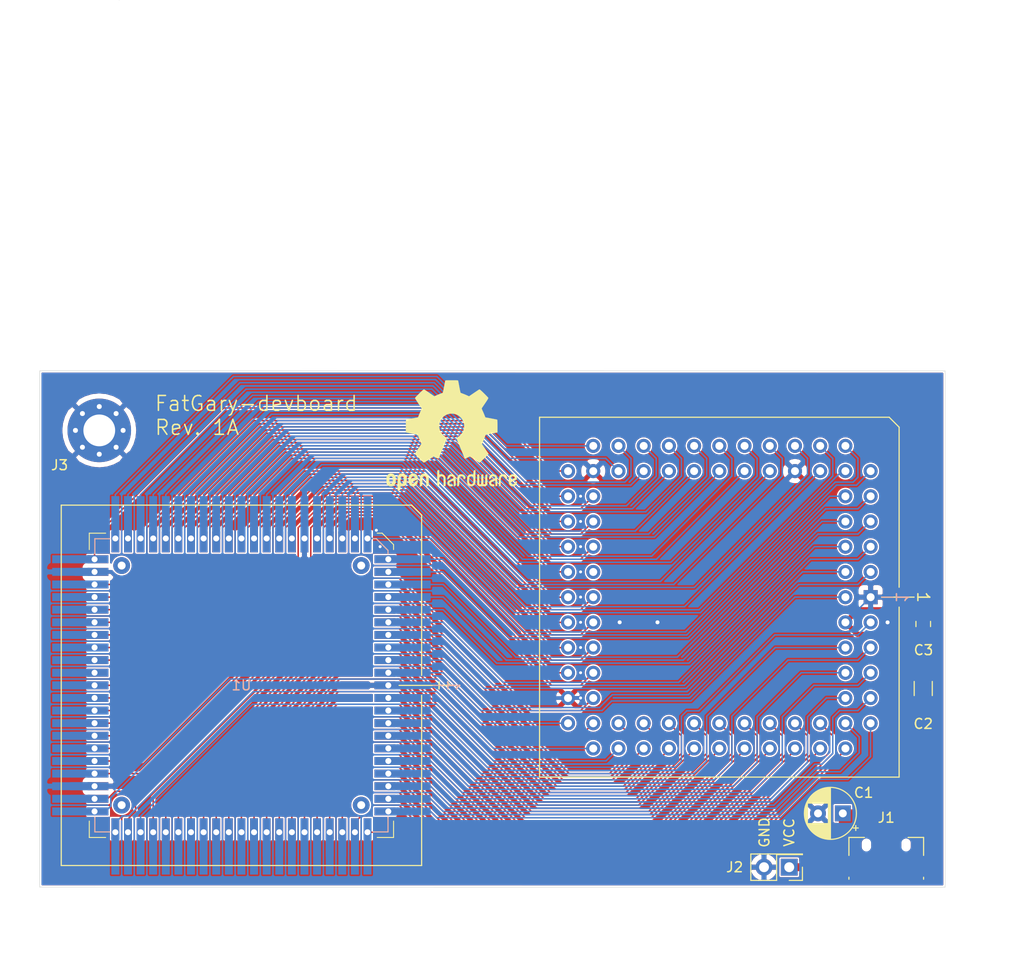
<source format=kicad_pcb>
(kicad_pcb (version 20171130) (host pcbnew "(5.1.12-1-10_14)")
  (layers (0 F.Cu signal) (1 GND.Cu power) (2 VCC.Cu power) (31 B.Cu signal) (34 B.Paste user) (35 F.Paste user) (36 B.SilkS user) (37 F.SilkS user) (38 B.Mask user) (39 F.Mask user) (44 Edge.Cuts user))
  (net 0 "")
  (net 1 VCC)
  (net 2 GND)
  (net 3 "Net-(J1-Pad2)")
  (net 4 "Net-(J1-Pad3)")
  (net 5 "Net-(J1-Pad4)")
  (net 6 CLK90)
  (net 7 BIGZ)
  (net 8 A30)
  (net 9 A31)
  (net 10 IENA)
  (net 11 A26)
  (net 12 A27)
  (net 13 A28)
  (net 14 A29)
  (net 15 A20)
  (net 16 A21)
  (net 17 A22)
  (net 18 A23)
  (net 19 A24)
  (net 20 A25)
  (net 21 A18)
  (net 22 A19)
  (net 23 FC2)
  (net 24 A0)
  (net 25 A1)
  (net 26 A16)
  (net 27 A17)
  (net 28 FC0)
  (net 29 FC1)
  (net 30 SIZ1)
  (net 31 SIZ0)
  (net 32 RW)
  (net 33 AS)
  (net 34 A15)
  (net 35 OVL)
  (net 36 A14)
  (net 37 A13)
  (net 38 DSACK1)
  (net 39 DSACK0)
  (net 40 ROMJP1)
  (net 41 ROMJP0)
  (net 42 RESET)
  (net 43 LCD)
  (net 44 OECD)
  (net 45 ROMOE)
  (net 46 RTCRD)
  (net 47 RTCWR)
  (net 48 SLOT)
  (net 49 FPU)
  (net 50 CIA0)
  (net 51 CIA1)
  (net 52 DMAC)
  (net 53 KBCLK)
  (net 54 CPUCLK)
  (net 55 CIIN)
  (net 56 BERR)
  (net 57 AVEC)
  (net 58 C3)
  (net 59 DS)
  (net 60 STERM)
  (net 61 LADR)
  (net 62 D31)
  (net 63 TEST)
  (net 64 C28M)
  (net 65 C7M)
  (net 66 CDAC)
  (net 67 C1)
  (net 68 ECLK)
  (net 69 RAMEN)
  (net 70 REGEN)
  (net 71 BLS)
  (net 72 DBR)
  (net 73 LDS)
  (net 74 UDS)
  (net 75 A12)
  (net 76 PWRUP)
  (net 77 XCLK)
  (net 78 XCLKEN)
  (net 79 AGCLK)
  (net 80 UUDS)
  (net 81 UMDS)
  (net 82 LMDS)
  (net 83 LLDS)
  (module FatGary-devboard:PLCC-84_Plug_P1.27mm_mirrored_extended_pads (layer B.Cu) (at 137.62 116.31 180)
    (fp_text reference U1 (at 0 -0.001) (layer B.SilkS) (effects (justify mirror)))
    (fp_text value PLCC-84-Plug)
    (pad 23 smd rect (at 1.27 17.1624 180) (size 0.8 3.8) (layers B.Cu B.Paste B.Mask) (net 29 FC1))
    (pad 24 smd rect (at 2.54 17.1624 180) (size 0.8 3.8) (layers B.Cu B.Paste B.Mask) (net 28 FC0))
    (pad 25 smd rect (at 3.81 17.1624 180) (size 0.8 3.8) (layers B.Cu B.Paste B.Mask) (net 33 AS))
    (pad 26 smd rect (at 5.08 17.1624 180) (size 0.8 3.8) (layers B.Cu B.Paste B.Mask) (net 32 RW))
    (pad 27 smd rect (at 6.35 17.1624 180) (size 0.8 3.8) (layers B.Cu B.Paste B.Mask) (net 31 SIZ0))
    (pad 28 smd rect (at 7.62 17.1624 180) (size 0.8 3.8) (layers B.Cu B.Paste B.Mask) (net 30 SIZ1))
    (pad 29 smd rect (at 8.89 17.1624 180) (size 0.8 3.8) (layers B.Cu B.Paste B.Mask) (net 39 DSACK0))
    (pad 30 smd rect (at 10.16 17.1624 180) (size 0.8 3.8) (layers B.Cu B.Paste B.Mask) (net 38 DSACK1))
    (pad 31 smd rect (at 11.43 17.1624 180) (size 0.8 3.8) (layers B.Cu B.Paste B.Mask) (net 37 A13))
    (pad 32 smd rect (at 12.7 17.1624 180) (size 0.8 3.8) (layers B.Cu B.Paste B.Mask) (net 36 A14))
    (pad 33 smd rect (at 17.1624 12.7 180) (size 3.8 0.8) (layers B.Cu B.Paste B.Mask) (net 35 OVL))
    (pad 34 smd rect (at 17.1624 11.43 180) (size 3.8 0.8) (layers B.Cu B.Paste B.Mask) (net 2 GND))
    (pad 35 smd rect (at 17.1624 10.16 180) (size 3.8 0.8) (layers B.Cu B.Paste B.Mask) (net 34 A15))
    (pad 36 smd rect (at 17.1624 8.89 180) (size 3.8 0.8) (layers B.Cu B.Paste B.Mask) (net 42 RESET))
    (pad 37 smd rect (at 17.1624 7.62 180) (size 3.8 0.8) (layers B.Cu B.Paste B.Mask) (net 41 ROMJP0))
    (pad 38 smd rect (at 17.1624 6.35 180) (size 3.8 0.8) (layers B.Cu B.Paste B.Mask) (net 40 ROMJP1))
    (pad 39 smd rect (at 17.1624 5.08 180) (size 3.8 0.8) (layers B.Cu B.Paste B.Mask) (net 57 AVEC))
    (pad 40 smd rect (at 17.1624 3.81 180) (size 3.8 0.8) (layers B.Cu B.Paste B.Mask) (net 56 BERR))
    (pad 41 smd rect (at 17.1624 2.54 180) (size 3.8 0.8) (layers B.Cu B.Paste B.Mask) (net 55 CIIN))
    (pad 42 smd rect (at 17.1624 1.27 180) (size 3.8 0.8) (layers B.Cu B.Paste B.Mask) (net 1 VCC))
    (pad 43 smd rect (at 17.1624 0 180) (size 3.8 0.8) (layers B.Cu B.Paste B.Mask) (net 54 CPUCLK))
    (pad 44 smd rect (at 17.1624 -1.27 180) (size 3.8 0.8) (layers B.Cu B.Paste B.Mask) (net 53 KBCLK))
    (pad 45 smd rect (at 17.1624 -2.54 180) (size 3.8 0.8) (layers B.Cu B.Paste B.Mask) (net 52 DMAC))
    (pad 46 smd rect (at 17.1624 -3.81 180) (size 3.8 0.8) (layers B.Cu B.Paste B.Mask) (net 51 CIA1))
    (pad 47 smd rect (at 17.1624 -5.08 180) (size 3.8 0.8) (layers B.Cu B.Paste B.Mask) (net 50 CIA0))
    (pad 48 smd rect (at 17.1624 -6.35 180) (size 3.8 0.8) (layers B.Cu B.Paste B.Mask) (net 49 FPU))
    (pad 49 smd rect (at 17.1624 -7.62 180) (size 3.8 0.8) (layers B.Cu B.Paste B.Mask) (net 48 SLOT))
    (pad 50 smd rect (at 17.1624 -8.89 180) (size 3.8 0.8) (layers B.Cu B.Paste B.Mask) (net 47 RTCWR))
    (pad 51 smd rect (at 17.1624 -10.16 180) (size 3.8 0.8) (layers B.Cu B.Paste B.Mask) (net 2 GND))
    (pad 52 smd rect (at 17.1624 -11.43 180) (size 3.8 0.8) (layers B.Cu B.Paste B.Mask) (net 46 RTCRD))
    (pad 53 smd rect (at 17.1624 -12.7 180) (size 3.8 0.8) (layers B.Cu B.Paste B.Mask) (net 45 ROMOE))
    (pad 54 smd rect (at 12.7 -17.1624 180) (size 0.8 3.8) (layers B.Cu B.Paste B.Mask) (net 44 OECD))
    (pad 55 smd rect (at 11.43 -17.1624 180) (size 0.8 3.8) (layers B.Cu B.Paste B.Mask) (net 43 LCD))
    (pad 56 smd rect (at 10.16 -17.1624 180) (size 0.8 3.8) (layers B.Cu B.Paste B.Mask) (net 76 PWRUP))
    (pad 57 smd rect (at 8.89 -17.1624 180) (size 0.8 3.8) (layers B.Cu B.Paste B.Mask) (net 75 A12))
    (pad 58 smd rect (at 7.62 -17.1624 180) (size 0.8 3.8) (layers B.Cu B.Paste B.Mask) (net 74 UDS))
    (pad 59 smd rect (at 6.35 -17.1624 180) (size 0.8 3.8) (layers B.Cu B.Paste B.Mask) (net 73 LDS))
    (pad 60 smd rect (at 5.08 -17.1624 180) (size 0.8 3.8) (layers B.Cu B.Paste B.Mask) (net 72 DBR))
    (pad 61 smd rect (at 3.81 -17.1624 180) (size 0.8 3.8) (layers B.Cu B.Paste B.Mask) (net 71 BLS))
    (pad 62 smd rect (at 2.54 -17.1624 180) (size 0.8 3.8) (layers B.Cu B.Paste B.Mask) (net 70 REGEN))
    (pad 63 smd rect (at 1.27 -17.1624 180) (size 0.8 3.8) (layers B.Cu B.Paste B.Mask) (net 69 RAMEN))
    (pad 64 smd rect (at 0 -17.1624 180) (size 0.8 3.8) (layers B.Cu B.Paste B.Mask) (net 68 ECLK))
    (pad 65 smd rect (at -1.27 -17.1624 180) (size 0.8 3.8) (layers B.Cu B.Paste B.Mask) (net 67 C1))
    (pad 66 smd rect (at -2.54 -17.1624 180) (size 0.8 3.8) (layers B.Cu B.Paste B.Mask) (net 66 CDAC))
    (pad 67 smd rect (at -3.81 -17.1624 180) (size 0.8 3.8) (layers B.Cu B.Paste B.Mask) (net 65 C7M))
    (pad 68 smd rect (at -5.08 -17.1624 180) (size 0.8 3.8) (layers B.Cu B.Paste B.Mask) (net 64 C28M))
    (pad 69 smd rect (at -6.35 -17.1624 180) (size 0.8 3.8) (layers B.Cu B.Paste B.Mask) (net 63 TEST))
    (pad 70 smd rect (at -7.62 -17.1624 180) (size 0.8 3.8) (layers B.Cu B.Paste B.Mask) (net 6 CLK90))
    (pad 71 smd rect (at -8.89 -17.1624 180) (size 0.8 3.8) (layers B.Cu B.Paste B.Mask) (net 62 D31))
    (pad 72 smd rect (at -10.16 -17.1624 180) (size 0.8 3.8) (layers B.Cu B.Paste B.Mask) (net 61 LADR))
    (pad 73 smd rect (at -11.43 -17.1624 180) (size 0.8 3.8) (layers B.Cu B.Paste B.Mask) (net 60 STERM))
    (pad 74 smd rect (at -12.7 -17.1624 180) (size 0.8 3.8) (layers B.Cu B.Paste B.Mask) (net 59 DS))
    (pad 75 smd rect (at -17.1624 -12.7 180) (size 3.8 0.8) (layers B.Cu B.Paste B.Mask) (net 58 C3))
    (pad 76 smd rect (at -17.1624 -11.43 180) (size 3.8 0.8) (layers B.Cu B.Paste B.Mask) (net 83 LLDS))
    (pad 77 smd rect (at -17.1624 -10.16 180) (size 3.8 0.8) (layers B.Cu B.Paste B.Mask) (net 82 LMDS))
    (pad 78 smd rect (at -17.1624 -8.89 180) (size 3.8 0.8) (layers B.Cu B.Paste B.Mask) (net 81 UMDS))
    (pad 79 smd rect (at -17.1624 -7.62 180) (size 3.8 0.8) (layers B.Cu B.Paste B.Mask) (net 80 UUDS))
    (pad 80 smd rect (at -17.1624 -6.35 180) (size 3.8 0.8) (layers B.Cu B.Paste B.Mask) (net 79 AGCLK))
    (pad 81 smd rect (at -17.1624 -5.08 180) (size 3.8 0.8) (layers B.Cu B.Paste B.Mask) (net 78 XCLKEN))
    (pad 82 smd rect (at -17.1624 -3.81 180) (size 3.8 0.8) (layers B.Cu B.Paste B.Mask) (net 77 XCLK))
    (pad 83 smd rect (at -17.1624 -2.54 180) (size 3.8 0.8) (layers B.Cu B.Paste B.Mask) (net 7 BIGZ))
    (pad 84 smd rect (at -17.1624 -1.27 180) (size 3.8 0.8) (layers B.Cu B.Paste B.Mask) (net 1 VCC))
    (pad 1 smd rect (at -17.1624 0 180) (size 3.8 0.8) (layers B.Cu B.Paste B.Mask) (net 2 GND))
    (pad 2 smd rect (at -17.1624 1.27 180) (size 3.8 0.8) (layers B.Cu B.Paste B.Mask) (net 9 A31))
    (pad 3 smd rect (at -17.1624 2.54 180) (size 3.8 0.8) (layers B.Cu B.Paste B.Mask) (net 8 A30))
    (pad 4 smd rect (at -17.1624 3.81 180) (size 3.8 0.8) (layers B.Cu B.Paste B.Mask) (net 14 A29))
    (pad 5 smd rect (at -17.1624 5.08 180) (size 3.8 0.8) (layers B.Cu B.Paste B.Mask) (net 13 A28))
    (pad 6 smd rect (at -17.1624 6.35 180) (size 3.8 0.8) (layers B.Cu B.Paste B.Mask) (net 12 A27))
    (pad 7 smd rect (at -17.1624 7.62 180) (size 3.8 0.8) (layers B.Cu B.Paste B.Mask) (net 11 A26))
    (pad 8 smd rect (at -17.1624 8.89 180) (size 3.8 0.8) (layers B.Cu B.Paste B.Mask) (net 10 IENA))
    (pad 9 smd rect (at -17.1624 10.16 180) (size 3.8 0.8) (layers B.Cu B.Paste B.Mask) (net 20 A25))
    (pad 10 smd rect (at -17.1624 11.43 180) (size 3.8 0.8) (layers B.Cu B.Paste B.Mask) (net 19 A24))
    (pad 11 smd rect (at -17.1624 12.7 180) (size 3.8 0.8) (layers B.Cu B.Paste B.Mask) (net 18 A23))
    (pad 12 smd rect (at -12.7 17.1624 180) (size 0.8 3.8) (layers B.Cu B.Paste B.Mask) (net 17 A22))
    (pad 13 smd rect (at -11.43 17.1624 180) (size 0.8 3.8) (layers B.Cu B.Paste B.Mask) (net 16 A21))
    (pad 14 smd rect (at -10.16 17.1624 180) (size 0.8 3.8) (layers B.Cu B.Paste B.Mask) (net 15 A20))
    (pad 15 smd rect (at -8.89 17.1624 180) (size 0.8 3.8) (layers B.Cu B.Paste B.Mask) (net 22 A19))
    (pad 16 smd rect (at -7.62 17.1624 180) (size 0.8 3.8) (layers B.Cu B.Paste B.Mask) (net 21 A18))
    (pad 17 smd rect (at -6.35 17.1624 180) (size 0.8 3.8) (layers B.Cu B.Paste B.Mask) (net 2 GND))
    (pad 18 smd rect (at -5.08 17.1624 180) (size 0.8 3.8) (layers B.Cu B.Paste B.Mask) (net 27 A17))
    (pad 19 smd rect (at -3.81 17.1624 180) (size 0.8 3.8) (layers B.Cu B.Paste B.Mask) (net 26 A16))
    (pad 20 smd rect (at -2.54 17.1624 180) (size 0.8 3.8) (layers B.Cu B.Paste B.Mask) (net 25 A1))
    (pad 21 smd rect (at -1.27 17.1624 180) (size 0.8 3.8) (layers B.Cu B.Paste B.Mask) (net 24 A0))
    (pad 22 smd rect (at 0 17.1624 180) (size 0.8 3.8) (layers B.Cu B.Paste B.Mask) (net 23 FC2))
  )
  (module FatGary-devboard:PLCC-84_SMD-Socket_TH_modded (layer F.Cu) (at 137.62 116.31 270)
    (fp_text reference U2 hide)
    (fp_text value Fat_Gary_SMD_socket hide)
    (pad 74 thru_hole rect (at 14.7955 -12.7 270) (size 2.1 0.8) (drill 0.6 (offset -0.35 0)) (layers *.Cu *.Mask) (net 59 DS))
    (pad 73 thru_hole rect (at 14.7955 -11.43 270) (size 2.1 0.8) (drill 0.6 (offset -0.35 0)) (layers *.Cu *.Mask) (net 60 STERM))
    (pad 72 thru_hole rect (at 14.7955 -10.16 270) (size 2.1 0.8) (drill 0.6 (offset -0.35 0)) (layers *.Cu *.Mask) (net 61 LADR))
    (pad 71 thru_hole rect (at 14.7955 -8.89 270) (size 2.1 0.8) (drill 0.6 (offset -0.35 0)) (layers *.Cu *.Mask) (net 62 D31))
    (pad 70 thru_hole rect (at 14.7955 -7.62 270) (size 2.1 0.8) (drill 0.6 (offset -0.35 0)) (layers *.Cu *.Mask) (net 6 CLK90))
    (pad 69 thru_hole rect (at 14.7955 -6.35 270) (size 2.1 0.8) (drill 0.6 (offset -0.35 0)) (layers *.Cu *.Mask) (net 63 TEST))
    (pad 68 thru_hole rect (at 14.7955 -5.08 270) (size 2.1 0.8) (drill 0.6 (offset -0.35 0)) (layers *.Cu *.Mask) (net 64 C28M))
    (pad 67 thru_hole rect (at 14.7955 -3.81 270) (size 2.1 0.8) (drill 0.6 (offset -0.35 0)) (layers *.Cu *.Mask) (net 65 C7M))
    (pad 66 thru_hole rect (at 14.7955 -2.54 270) (size 2.1 0.8) (drill 0.6 (offset -0.35 0)) (layers *.Cu *.Mask) (net 66 CDAC))
    (pad 65 thru_hole rect (at 14.7955 -1.27 270) (size 2.1 0.8) (drill 0.6 (offset -0.35 0)) (layers *.Cu *.Mask) (net 67 C1))
    (pad 64 thru_hole rect (at 14.7955 0 270) (size 2.1 0.8) (drill 0.6 (offset -0.35 0)) (layers *.Cu *.Mask) (net 68 ECLK))
    (pad 63 thru_hole rect (at 14.7955 1.27 270) (size 2.1 0.8) (drill 0.6 (offset -0.35 0)) (layers *.Cu *.Mask) (net 69 RAMEN))
    (pad 62 thru_hole rect (at 14.7955 2.54 270) (size 2.1 0.8) (drill 0.6 (offset -0.35 0)) (layers *.Cu *.Mask) (net 70 REGEN))
    (pad 61 thru_hole rect (at 14.7955 3.81 270) (size 2.1 0.8) (drill 0.6 (offset -0.35 0)) (layers *.Cu *.Mask) (net 71 BLS))
    (pad 60 thru_hole rect (at 14.7955 5.08 270) (size 2.1 0.8) (drill 0.6 (offset -0.35 0)) (layers *.Cu *.Mask) (net 72 DBR))
    (pad 59 thru_hole rect (at 14.7955 6.35 270) (size 2.1 0.8) (drill 0.6 (offset -0.35 0)) (layers *.Cu *.Mask) (net 73 LDS))
    (pad 58 thru_hole rect (at 14.7955 7.62 270) (size 2.1 0.8) (drill 0.6 (offset -0.35 0)) (layers *.Cu *.Mask) (net 74 UDS))
    (pad 57 thru_hole rect (at 14.7955 8.89 270) (size 2.1 0.8) (drill 0.6 (offset -0.35 0)) (layers *.Cu *.Mask) (net 75 A12))
    (pad 56 thru_hole rect (at 14.7955 10.16 270) (size 2.1 0.8) (drill 0.6 (offset -0.35 0)) (layers *.Cu *.Mask) (net 76 PWRUP))
    (pad 55 thru_hole rect (at 14.7955 11.43 270) (size 2.1 0.8) (drill 0.6 (offset -0.35 0)) (layers *.Cu *.Mask) (net 43 LCD))
    (pad 54 thru_hole rect (at 14.7955 12.7 270) (size 2.1 0.8) (drill 0.6 (offset -0.35 0)) (layers *.Cu *.Mask) (net 44 OECD))
    (pad 53 thru_hole rect (at 12.7 14.7955 270) (size 0.8 2.1) (drill 0.6 (offset 0 -0.35)) (layers *.Cu *.Mask) (net 45 ROMOE))
    (pad 52 thru_hole rect (at 11.43 14.7955 270) (size 0.8 2.1) (drill 0.6 (offset 0 -0.35)) (layers *.Cu *.Mask) (net 46 RTCRD))
    (pad 51 thru_hole rect (at 10.16 14.7955 270) (size 0.8 2.1) (drill 0.6 (offset 0 -0.35)) (layers *.Cu *.Mask) (net 2 GND))
    (pad 50 thru_hole rect (at 8.89 14.7955 270) (size 0.8 2.1) (drill 0.6 (offset 0 -0.35)) (layers *.Cu *.Mask) (net 47 RTCWR))
    (pad 49 thru_hole rect (at 7.62 14.7955 270) (size 0.8 2.1) (drill 0.6 (offset 0 -0.35)) (layers *.Cu *.Mask) (net 48 SLOT))
    (pad 48 thru_hole rect (at 6.35 14.7955 270) (size 0.8 2.1) (drill 0.6 (offset 0 -0.35)) (layers *.Cu *.Mask) (net 49 FPU))
    (pad 47 thru_hole rect (at 5.08 14.7955 270) (size 0.8 2.1) (drill 0.6 (offset 0 -0.35)) (layers *.Cu *.Mask) (net 50 CIA0))
    (pad 46 thru_hole rect (at 3.81 14.7955 270) (size 0.8 2.1) (drill 0.6 (offset 0 -0.35)) (layers *.Cu *.Mask) (net 51 CIA1))
    (pad 45 thru_hole rect (at 2.54 14.7955 270) (size 0.8 2.1) (drill 0.6 (offset 0 -0.35)) (layers *.Cu *.Mask) (net 52 DMAC))
    (pad 44 thru_hole rect (at 1.27 14.7955 270) (size 0.8 2.1) (drill 0.6 (offset 0 -0.35)) (layers *.Cu *.Mask) (net 53 KBCLK))
    (pad 43 thru_hole rect (at 0 14.7955 270) (size 0.8 2.1) (drill 0.6 (offset 0 -0.35)) (layers *.Cu *.Mask) (net 54 CPUCLK))
    (pad 42 thru_hole rect (at -1.27 14.7955 270) (size 0.8 2.1) (drill 0.6 (offset 0 -0.35)) (layers *.Cu *.Mask) (net 1 VCC))
    (pad 41 thru_hole rect (at -2.54 14.7955 270) (size 0.8 2.1) (drill 0.6 (offset 0 -0.35)) (layers *.Cu *.Mask) (net 55 CIIN))
    (pad 40 thru_hole rect (at -3.81 14.7955 270) (size 0.8 2.1) (drill 0.6 (offset 0 -0.35)) (layers *.Cu *.Mask) (net 56 BERR))
    (pad 39 thru_hole rect (at -5.08 14.7955 270) (size 0.8 2.1) (drill 0.6 (offset 0 -0.35)) (layers *.Cu *.Mask) (net 57 AVEC))
    (pad 38 thru_hole rect (at -6.35 14.7955 270) (size 0.8 2.1) (drill 0.6 (offset 0 -0.35)) (layers *.Cu *.Mask) (net 40 ROMJP1))
    (pad 37 thru_hole rect (at -7.62 14.7955 270) (size 0.8 2.1) (drill 0.6 (offset 0 -0.35)) (layers *.Cu *.Mask) (net 41 ROMJP0))
    (pad 36 thru_hole rect (at -8.8904 14.7955 270) (size 0.8 2.1) (drill 0.6 (offset 0 -0.35)) (layers *.Cu *.Mask) (net 42 RESET))
    (pad 35 thru_hole rect (at -10.16 14.7955 270) (size 0.8 2.1) (drill 0.6 (offset 0 -0.35)) (layers *.Cu *.Mask) (net 34 A15))
    (pad 34 thru_hole rect (at -11.43 14.7955 270) (size 0.8 2.1) (drill 0.6 (offset 0 -0.35)) (layers *.Cu *.Mask) (net 2 GND))
    (pad 33 thru_hole rect (at -12.7 14.7955 270) (size 0.8 2.1) (drill 0.6 (offset 0 -0.35)) (layers *.Cu *.Mask) (net 35 OVL))
    (pad 32 thru_hole rect (at -14.7955 12.7 270) (size 2.1 0.8) (drill 0.6 (offset 0.35 0)) (layers *.Cu *.Mask) (net 36 A14))
    (pad 31 thru_hole rect (at -14.7955 11.43 270) (size 2.1 0.8) (drill 0.6 (offset 0.35 0)) (layers *.Cu *.Mask) (net 37 A13))
    (pad 30 thru_hole rect (at -14.7955 10.16 270) (size 2.1 0.8) (drill 0.6 (offset 0.35 0)) (layers *.Cu *.Mask) (net 38 DSACK1))
    (pad 29 thru_hole rect (at -14.7955 8.89 270) (size 2.1 0.8) (drill 0.6 (offset 0.35 0)) (layers *.Cu *.Mask) (net 39 DSACK0))
    (pad 28 thru_hole rect (at -14.7955 7.62 270) (size 2.1 0.8) (drill 0.6 (offset 0.35 0)) (layers *.Cu *.Mask) (net 30 SIZ1))
    (pad 27 thru_hole rect (at -14.7955 6.35 270) (size 2.1 0.8) (drill 0.6 (offset 0.35 0)) (layers *.Cu *.Mask) (net 31 SIZ0))
    (pad 26 thru_hole rect (at -14.7955 5.08 270) (size 2.1 0.8) (drill 0.6 (offset 0.35 0)) (layers *.Cu *.Mask) (net 32 RW))
    (pad 25 thru_hole rect (at -14.7955 3.81 270) (size 2.1 0.8) (drill 0.6 (offset 0.35 0)) (layers *.Cu *.Mask) (net 33 AS))
    (pad 24 thru_hole rect (at -14.7955 2.54 270) (size 2.1 0.8) (drill 0.6 (offset 0.35 0)) (layers *.Cu *.Mask) (net 28 FC0))
    (pad 23 thru_hole rect (at -14.7955 1.27 270) (size 2.1 0.8) (drill 0.6 (offset 0.35 0)) (layers *.Cu *.Mask) (net 29 FC1))
    (pad 22 thru_hole rect (at -14.7955 0 270) (size 2.1 0.8) (drill 0.6 (offset 0.35 0)) (layers *.Cu *.Mask) (net 23 FC2))
    (pad 21 thru_hole rect (at -14.7955 -1.27 270) (size 2.1 0.8) (drill 0.6 (offset 0.35 0)) (layers *.Cu *.Mask) (net 24 A0))
    (pad 20 thru_hole rect (at -14.7955 -2.54 270) (size 2.1 0.8) (drill 0.6 (offset 0.35 0)) (layers *.Cu *.Mask) (net 25 A1))
    (pad 19 thru_hole rect (at -14.7955 -3.81 270) (size 2.1 0.8) (drill 0.6 (offset 0.35 0)) (layers *.Cu *.Mask) (net 26 A16))
    (pad 18 thru_hole rect (at -14.7955 -5.08 270) (size 2.1 0.8) (drill 0.6 (offset 0.35 0)) (layers *.Cu *.Mask) (net 27 A17))
    (pad 17 thru_hole rect (at -14.7955 -6.35 270) (size 2.1 0.8) (drill 0.6 (offset 0.35 0)) (layers *.Cu *.Mask) (net 2 GND))
    (pad 16 thru_hole rect (at -14.7955 -7.62 270) (size 2.1 0.8) (drill 0.6 (offset 0.35 0)) (layers *.Cu *.Mask) (net 21 A18))
    (pad 15 thru_hole rect (at -14.7955 -8.89 270) (size 2.1 0.8) (drill 0.6 (offset 0.35 0)) (layers *.Cu *.Mask) (net 22 A19))
    (pad 14 thru_hole rect (at -14.7955 -10.16 270) (size 2.1 0.8) (drill 0.6 (offset 0.35 0)) (layers *.Cu *.Mask) (net 15 A20))
    (pad 13 thru_hole rect (at -14.7955 -11.43 270) (size 2.1 0.8) (drill 0.6 (offset 0.35 0)) (layers *.Cu *.Mask) (net 16 A21))
    (pad 12 thru_hole rect (at -14.7955 -12.7 270) (size 2.1 0.8) (drill 0.6 (offset 0.35 0)) (layers *.Cu *.Mask) (net 17 A22))
    (pad 75 thru_hole rect (at 12.7 -14.7955 270) (size 0.8 2.1) (drill 0.6 (offset 0 0.35)) (layers *.Cu *.Mask) (net 58 C3))
    (pad 76 thru_hole rect (at 11.43 -14.7955 270) (size 0.8 2.1) (drill 0.6 (offset 0 0.35)) (layers *.Cu *.Mask) (net 83 LLDS))
    (pad 77 thru_hole rect (at 10.16 -14.7955 270) (size 0.8 2.1) (drill 0.6 (offset 0 0.35)) (layers *.Cu *.Mask) (net 82 LMDS))
    (pad 78 thru_hole rect (at 8.89 -14.7955 270) (size 0.8 2.1) (drill 0.6 (offset 0 0.35)) (layers *.Cu *.Mask) (net 81 UMDS))
    (pad 79 thru_hole rect (at 7.62 -14.7955 270) (size 0.8 2.1) (drill 0.6 (offset 0 0.35)) (layers *.Cu *.Mask) (net 80 UUDS))
    (pad 80 thru_hole rect (at 6.35 -14.7955 270) (size 0.8 2.1) (drill 0.6 (offset 0 0.35)) (layers *.Cu *.Mask) (net 79 AGCLK))
    (pad 81 thru_hole rect (at 5.08 -14.7955 270) (size 0.8 2.1) (drill 0.6 (offset 0 0.35)) (layers *.Cu *.Mask) (net 78 XCLKEN))
    (pad 82 thru_hole rect (at 3.81 -14.7955 270) (size 0.8 2.1) (drill 0.6 (offset 0 0.35)) (layers *.Cu *.Mask) (net 77 XCLK))
    (pad 83 thru_hole rect (at 2.54 -14.7955 270) (size 0.8 2.1) (drill 0.6 (offset 0 0.35)) (layers *.Cu *.Mask) (net 7 BIGZ))
    (pad 84 thru_hole rect (at 1.27 -14.7955 270) (size 0.8 2.1) (drill 0.6 (offset 0 0.35)) (layers *.Cu *.Mask) (net 1 VCC))
    (pad 11 thru_hole rect (at -12.7 -14.7955 270) (size 0.8 2.1) (drill 0.6 (offset 0 0.35)) (layers *.Cu *.Mask) (net 18 A23))
    (pad 10 thru_hole rect (at -11.43 -14.7955 270) (size 0.8 2.1) (drill 0.6 (offset 0 0.35)) (layers *.Cu *.Mask) (net 19 A24))
    (pad 9 thru_hole rect (at -10.16 -14.7955 270) (size 0.8 2.1) (drill 0.6 (offset 0 0.35)) (layers *.Cu *.Mask) (net 20 A25))
    (pad 8 thru_hole rect (at -8.89 -14.7955 270) (size 0.8 2.1) (drill 0.6 (offset 0 0.35)) (layers *.Cu *.Mask) (net 10 IENA))
    (pad 7 thru_hole rect (at -7.62 -14.7955 270) (size 0.8 2.1) (drill 0.6 (offset 0 0.35)) (layers *.Cu *.Mask) (net 11 A26))
    (pad 6 thru_hole rect (at -6.35 -14.7955 270) (size 0.8 2.1) (drill 0.6 (offset 0 0.35)) (layers *.Cu *.Mask) (net 12 A27))
    (pad 5 thru_hole rect (at -5.08 -14.7955 270) (size 0.8 2.1) (drill 0.6 (offset 0 0.35)) (layers *.Cu *.Mask) (net 13 A28))
    (pad 4 thru_hole rect (at -3.81 -14.7955 270) (size 0.8 2.1) (drill 0.6 (offset 0 0.35)) (layers *.Cu *.Mask) (net 14 A29))
    (pad 3 thru_hole rect (at -2.54 -14.7955 270) (size 0.8 2.1) (drill 0.6 (offset 0 0.35)) (layers *.Cu *.Mask) (net 8 A30))
    (pad 2 thru_hole rect (at -1.27 -14.7955 270) (size 0.8 2.1) (drill 0.6 (offset 0 0.35)) (layers *.Cu *.Mask) (net 9 A31))
    (pad 1 thru_hole rect (at 0 -14.7955 270) (size 0.8 2.1) (drill 0.6 (offset 0 0.35)) (layers *.Cu *.Mask) (net 2 GND))
    (pad "" thru_hole oval (at -12.065 -12.065 270) (size 1.7 1.7) (drill 0.8) (layers *.Cu *.Mask))
    (pad "" thru_hole oval (at -12.065 12.065 270) (size 1.7 1.7) (drill 0.8) (layers *.Cu *.Mask))
    (pad "" thru_hole oval (at 12.065 12.065 270) (size 1.7 1.7) (drill 0.8) (layers *.Cu *.Mask))
    (pad "" thru_hole oval (at 12.065 -12.065 270) (size 1.7 1.7) (drill 0.8) (layers *.Cu *.Mask))
  )
  (module FatGary-devboard:USB_Micro-B_Unknown_5s_SMT (layer F.Cu) (at 202.574 132.241)
    (fp_text reference J1 (at 0 -2.6 180) (layer F.SilkS))
    (fp_text value USB_B_Micro)
    (pad 2 smd rect (at -0.65 -0.6) (size 0.4 1.8) (layers F.Cu F.Paste F.Mask) (net 3 "Net-(J1-Pad2)"))
    (pad 1 smd rect (at -1.3 -0.6) (size 0.4 1.8) (layers F.Cu F.Paste F.Mask) (net 1 VCC))
    (pad 3 smd rect (at 0 -0.6) (size 0.4 1.8) (layers F.Cu F.Paste F.Mask) (net 4 "Net-(J1-Pad3)"))
    (pad 4 smd rect (at 0.65 -0.6) (size 0.4 1.8) (layers F.Cu F.Paste F.Mask) (net 5 "Net-(J1-Pad4)"))
    (pad 5 smd rect (at 1.3 -0.6) (size 0.4 1.8) (layers F.Cu F.Paste F.Mask) (net 2 GND))
    (pad "" np_thru_hole oval (at -2 0.15) (size 0.65 1) (drill oval 0.65 1) (layers *.Cu *.Mask))
    (pad "" np_thru_hole oval (at 2 0.15) (size 0.65 1) (drill oval 0.65 1) (layers *.Cu *.Mask))
    (pad 6 smd rect (at -3.95 2.3) (size 1.9 1.9) (layers F.Cu F.Paste F.Mask) (net 2 GND))
    (pad 6 smd rect (at 3.95 2.3) (size 1.9 1.9) (layers F.Cu F.Paste F.Mask) (net 2 GND))
    (pad 6 smd rect (at 1.2 2.3) (size 1.9 1.9) (layers F.Cu F.Paste F.Mask) (net 2 GND))
    (pad 6 smd rect (at -1.2 2.3) (size 1.9 1.9) (layers F.Cu F.Paste F.Mask) (net 2 GND))
  )
  (module Package_LCC:PLCC-84_THT-Socket (layer F.Cu) (at 201 107.43 270)
    (fp_text reference U3 hide)
    (fp_text value Fat_Gary_TH_socket hide)
    (pad 72 thru_hole circle (at 15.24 5.08 270) (size 1.4224 1.4224) (drill 0.8) (layers *.Cu *.Mask) (net 61 LADR))
    (pad 70 thru_hole circle (at 15.24 7.62 270) (size 1.4224 1.4224) (drill 0.8) (layers *.Cu *.Mask) (net 6 CLK90))
    (pad 68 thru_hole circle (at 15.24 10.16 270) (size 1.4224 1.4224) (drill 0.8) (layers *.Cu *.Mask) (net 64 C28M))
    (pad 66 thru_hole circle (at 15.24 12.7 270) (size 1.4224 1.4224) (drill 0.8) (layers *.Cu *.Mask) (net 66 CDAC))
    (pad 64 thru_hole circle (at 15.24 15.24 270) (size 1.4224 1.4224) (drill 0.8) (layers *.Cu *.Mask) (net 68 ECLK))
    (pad 62 thru_hole circle (at 15.24 17.78 270) (size 1.4224 1.4224) (drill 0.8) (layers *.Cu *.Mask) (net 70 REGEN))
    (pad 60 thru_hole circle (at 15.24 20.32 270) (size 1.4224 1.4224) (drill 0.8) (layers *.Cu *.Mask) (net 72 DBR))
    (pad 58 thru_hole circle (at 15.24 22.86 270) (size 1.4224 1.4224) (drill 0.8) (layers *.Cu *.Mask) (net 74 UDS))
    (pad 56 thru_hole circle (at 15.24 25.4 270) (size 1.4224 1.4224) (drill 0.8) (layers *.Cu *.Mask) (net 76 PWRUP))
    (pad 54 thru_hole circle (at 15.24 27.94 270) (size 1.4224 1.4224) (drill 0.8) (layers *.Cu *.Mask) (net 44 OECD))
    (pad 73 thru_hole circle (at 12.7 5.08 270) (size 1.4224 1.4224) (drill 0.8) (layers *.Cu *.Mask) (net 60 STERM))
    (pad 71 thru_hole circle (at 12.7 7.62 270) (size 1.4224 1.4224) (drill 0.8) (layers *.Cu *.Mask) (net 62 D31))
    (pad 69 thru_hole circle (at 12.7 10.16 270) (size 1.4224 1.4224) (drill 0.8) (layers *.Cu *.Mask) (net 63 TEST))
    (pad 67 thru_hole circle (at 12.7 12.7 270) (size 1.4224 1.4224) (drill 0.8) (layers *.Cu *.Mask) (net 65 C7M))
    (pad 65 thru_hole circle (at 12.7 15.24 270) (size 1.4224 1.4224) (drill 0.8) (layers *.Cu *.Mask) (net 67 C1))
    (pad 63 thru_hole circle (at 12.7 17.78 270) (size 1.4224 1.4224) (drill 0.8) (layers *.Cu *.Mask) (net 69 RAMEN))
    (pad 61 thru_hole circle (at 12.7 20.32 270) (size 1.4224 1.4224) (drill 0.8) (layers *.Cu *.Mask) (net 71 BLS))
    (pad 59 thru_hole circle (at 12.7 22.86 270) (size 1.4224 1.4224) (drill 0.8) (layers *.Cu *.Mask) (net 73 LDS))
    (pad 57 thru_hole circle (at 12.7 25.4 270) (size 1.4224 1.4224) (drill 0.8) (layers *.Cu *.Mask) (net 75 A12))
    (pad 55 thru_hole circle (at 12.7 27.94 270) (size 1.4224 1.4224) (drill 0.8) (layers *.Cu *.Mask) (net 43 LCD))
    (pad 53 thru_hole circle (at 12.7 30.48 270) (size 1.4224 1.4224) (drill 0.8) (layers *.Cu *.Mask) (net 45 ROMOE))
    (pad 51 thru_hole circle (at 10.16 30.48 270) (size 1.4224 1.4224) (drill 0.8) (layers *.Cu *.Mask) (net 2 GND))
    (pad 49 thru_hole circle (at 7.62 30.48 270) (size 1.4224 1.4224) (drill 0.8) (layers *.Cu *.Mask) (net 48 SLOT))
    (pad 47 thru_hole circle (at 5.08 30.48 270) (size 1.4224 1.4224) (drill 0.8) (layers *.Cu *.Mask) (net 50 CIA0))
    (pad 45 thru_hole circle (at 2.54 30.48 270) (size 1.4224 1.4224) (drill 0.8) (layers *.Cu *.Mask) (net 52 DMAC))
    (pad 43 thru_hole circle (at 0 30.48 270) (size 1.4224 1.4224) (drill 0.8) (layers *.Cu *.Mask) (net 54 CPUCLK))
    (pad 41 thru_hole circle (at -2.54 30.48 270) (size 1.4224 1.4224) (drill 0.8) (layers *.Cu *.Mask) (net 55 CIIN))
    (pad 39 thru_hole circle (at -5.08 30.48 270) (size 1.4224 1.4224) (drill 0.8) (layers *.Cu *.Mask) (net 57 AVEC))
    (pad 37 thru_hole circle (at -7.62 30.48 270) (size 1.4224 1.4224) (drill 0.8) (layers *.Cu *.Mask) (net 41 ROMJP0))
    (pad 35 thru_hole circle (at -10.16 30.48 270) (size 1.4224 1.4224) (drill 0.8) (layers *.Cu *.Mask) (net 34 A15))
    (pad 33 thru_hole circle (at -12.7 30.48 270) (size 1.4224 1.4224) (drill 0.8) (layers *.Cu *.Mask) (net 35 OVL))
    (pad 52 thru_hole circle (at 10.16 27.94 270) (size 1.4224 1.4224) (drill 0.8) (layers *.Cu *.Mask) (net 46 RTCRD))
    (pad 50 thru_hole circle (at 7.62 27.94 270) (size 1.4224 1.4224) (drill 0.8) (layers *.Cu *.Mask) (net 47 RTCWR))
    (pad 48 thru_hole circle (at 5.08 27.94 270) (size 1.4224 1.4224) (drill 0.8) (layers *.Cu *.Mask) (net 49 FPU))
    (pad 46 thru_hole circle (at 2.54 27.94 270) (size 1.4224 1.4224) (drill 0.8) (layers *.Cu *.Mask) (net 51 CIA1))
    (pad 44 thru_hole circle (at 0 27.94 270) (size 1.4224 1.4224) (drill 0.8) (layers *.Cu *.Mask) (net 53 KBCLK))
    (pad 42 thru_hole circle (at -2.54 27.94 270) (size 1.4224 1.4224) (drill 0.8) (layers *.Cu *.Mask) (net 1 VCC))
    (pad 40 thru_hole circle (at -5.08 27.94 270) (size 1.4224 1.4224) (drill 0.8) (layers *.Cu *.Mask) (net 56 BERR))
    (pad 38 thru_hole circle (at -7.62 27.94 270) (size 1.4224 1.4224) (drill 0.8) (layers *.Cu *.Mask) (net 40 ROMJP1))
    (pad 36 thru_hole circle (at -10.16 27.94 270) (size 1.4224 1.4224) (drill 0.8) (layers *.Cu *.Mask) (net 42 RESET))
    (pad 34 thru_hole circle (at -12.7 27.94 270) (size 1.4224 1.4224) (drill 0.8) (layers *.Cu *.Mask) (net 2 GND))
    (pad 32 thru_hole circle (at -15.24 27.94 270) (size 1.4224 1.4224) (drill 0.8) (layers *.Cu *.Mask) (net 36 A14))
    (pad 30 thru_hole circle (at -15.24 25.4 270) (size 1.4224 1.4224) (drill 0.8) (layers *.Cu *.Mask) (net 38 DSACK1))
    (pad 28 thru_hole circle (at -15.24 22.86 270) (size 1.4224 1.4224) (drill 0.8) (layers *.Cu *.Mask) (net 30 SIZ1))
    (pad 26 thru_hole circle (at -15.24 20.32 270) (size 1.4224 1.4224) (drill 0.8) (layers *.Cu *.Mask) (net 32 RW))
    (pad 24 thru_hole circle (at -15.24 17.78 270) (size 1.4224 1.4224) (drill 0.8) (layers *.Cu *.Mask) (net 28 FC0))
    (pad 22 thru_hole circle (at -15.24 15.24 270) (size 1.4224 1.4224) (drill 0.8) (layers *.Cu *.Mask) (net 23 FC2))
    (pad 20 thru_hole circle (at -15.24 12.7 270) (size 1.4224 1.4224) (drill 0.8) (layers *.Cu *.Mask) (net 25 A1))
    (pad 18 thru_hole circle (at -15.24 10.16 270) (size 1.4224 1.4224) (drill 0.8) (layers *.Cu *.Mask) (net 27 A17))
    (pad 16 thru_hole circle (at -15.24 7.62 270) (size 1.4224 1.4224) (drill 0.8) (layers *.Cu *.Mask) (net 21 A18))
    (pad 14 thru_hole circle (at -15.24 5.08 270) (size 1.4224 1.4224) (drill 0.8) (layers *.Cu *.Mask) (net 15 A20))
    (pad 12 thru_hole circle (at -15.24 2.54 270) (size 1.4224 1.4224) (drill 0.8) (layers *.Cu *.Mask) (net 17 A22))
    (pad 31 thru_hole circle (at -12.7 25.4 270) (size 1.4224 1.4224) (drill 0.8) (layers *.Cu *.Mask) (net 37 A13))
    (pad 29 thru_hole circle (at -12.7 22.86 270) (size 1.4224 1.4224) (drill 0.8) (layers *.Cu *.Mask) (net 39 DSACK0))
    (pad 27 thru_hole circle (at -12.7 20.32 270) (size 1.4224 1.4224) (drill 0.8) (layers *.Cu *.Mask) (net 31 SIZ0))
    (pad 25 thru_hole circle (at -12.7 17.78 270) (size 1.4224 1.4224) (drill 0.8) (layers *.Cu *.Mask) (net 33 AS))
    (pad 23 thru_hole circle (at -12.7 15.24 270) (size 1.4224 1.4224) (drill 0.8) (layers *.Cu *.Mask) (net 29 FC1))
    (pad 21 thru_hole circle (at -12.7 12.7 270) (size 1.4224 1.4224) (drill 0.8) (layers *.Cu *.Mask) (net 24 A0))
    (pad 19 thru_hole circle (at -12.7 10.16 270) (size 1.4224 1.4224) (drill 0.8) (layers *.Cu *.Mask) (net 26 A16))
    (pad 17 thru_hole circle (at -12.7 7.62 270) (size 1.4224 1.4224) (drill 0.8) (layers *.Cu *.Mask) (net 2 GND))
    (pad 15 thru_hole circle (at -12.7 5.08 270) (size 1.4224 1.4224) (drill 0.8) (layers *.Cu *.Mask) (net 22 A19))
    (pad 13 thru_hole circle (at -12.7 2.54 270) (size 1.4224 1.4224) (drill 0.8) (layers *.Cu *.Mask) (net 16 A21))
    (pad 75 thru_hole circle (at 12.7 0 270) (size 1.4224 1.4224) (drill 0.8) (layers *.Cu *.Mask) (net 58 C3))
    (pad 77 thru_hole circle (at 10.16 0 270) (size 1.4224 1.4224) (drill 0.8) (layers *.Cu *.Mask) (net 82 LMDS))
    (pad 79 thru_hole circle (at 7.62 0 270) (size 1.4224 1.4224) (drill 0.8) (layers *.Cu *.Mask) (net 80 UUDS))
    (pad 81 thru_hole circle (at 5.08 0 270) (size 1.4224 1.4224) (drill 0.8) (layers *.Cu *.Mask) (net 78 XCLKEN))
    (pad 83 thru_hole circle (at 2.54 0 270) (size 1.4224 1.4224) (drill 0.8) (layers *.Cu *.Mask) (net 7 BIGZ))
    (pad 11 thru_hole circle (at -12.7 0 270) (size 1.4224 1.4224) (drill 0.8) (layers *.Cu *.Mask) (net 18 A23))
    (pad 9 thru_hole circle (at -10.16 0 270) (size 1.4224 1.4224) (drill 0.8) (layers *.Cu *.Mask) (net 20 A25))
    (pad 7 thru_hole circle (at -7.62 0 270) (size 1.4224 1.4224) (drill 0.8) (layers *.Cu *.Mask) (net 11 A26))
    (pad 5 thru_hole circle (at -5.08 0 270) (size 1.4224 1.4224) (drill 0.8) (layers *.Cu *.Mask) (net 13 A28))
    (pad 3 thru_hole circle (at -2.54 0 270) (size 1.4224 1.4224) (drill 0.8) (layers *.Cu *.Mask) (net 8 A30))
    (pad 1 thru_hole rect (at 0 0 270) (size 1.4224 1.4224) (drill 0.8) (layers *.Cu *.Mask) (net 2 GND))
    (pad 74 thru_hole circle (at 15.24 2.54 270) (size 1.4224 1.4224) (drill 0.8) (layers *.Cu *.Mask) (net 59 DS))
    (pad 76 thru_hole circle (at 12.7 2.54 270) (size 1.4224 1.4224) (drill 0.8) (layers *.Cu *.Mask) (net 83 LLDS))
    (pad 78 thru_hole circle (at 10.16 2.54 270) (size 1.4224 1.4224) (drill 0.8) (layers *.Cu *.Mask) (net 81 UMDS))
    (pad 80 thru_hole circle (at 7.62 2.54 270) (size 1.4224 1.4224) (drill 0.8) (layers *.Cu *.Mask) (net 79 AGCLK))
    (pad 82 thru_hole circle (at 5.08 2.54 270) (size 1.4224 1.4224) (drill 0.8) (layers *.Cu *.Mask) (net 77 XCLK))
    (pad 84 thru_hole circle (at 2.54 2.54 270) (size 1.4224 1.4224) (drill 0.8) (layers *.Cu *.Mask) (net 1 VCC))
    (pad 10 thru_hole circle (at -10.16 2.54 270) (size 1.4224 1.4224) (drill 0.8) (layers *.Cu *.Mask) (net 19 A24))
    (pad 8 thru_hole circle (at -7.62 2.54 270) (size 1.4224 1.4224) (drill 0.8) (layers *.Cu *.Mask) (net 10 IENA))
    (pad 6 thru_hole circle (at -5.08 2.54 270) (size 1.4224 1.4224) (drill 0.8) (layers *.Cu *.Mask) (net 12 A27))
    (pad 4 thru_hole circle (at -2.54 2.54 270) (size 1.4224 1.4224) (drill 0.8) (layers *.Cu *.Mask) (net 14 A29))
    (pad 2 thru_hole circle (at 0 2.54 270) (size 1.4224 1.4224) (drill 0.8) (layers *.Cu *.Mask) (net 9 A31))
  )
  (module Symbol:OSHW-Logo2_14.6x12mm_SilkScreen (layer F.Cu) (at 158.8 91.13)
    (fp_text reference REF** hide)
    (fp_text value OSHW-Logo2_14.6x12mm_SilkScreen hide)
  )
  (module MountingHole:MountingHole_3.2mm_M3_Pad_Via (layer F.Cu) (at 123.3 90.63)
    (fp_text reference J3 (at -4 3.5) (layer F.SilkS))
    (fp_text value Conn_01x01 hide)
    (pad 1 thru_hole circle (at 1.697056 -1.697056) (size 0.8 0.8) (drill 0.5) (layers *.Cu *.Mask) (net 2 GND))
    (pad 1 thru_hole circle (at 0 -2.4) (size 0.8 0.8) (drill 0.5) (layers *.Cu *.Mask) (net 2 GND))
    (pad 1 thru_hole circle (at -1.697056 -1.697056) (size 0.8 0.8) (drill 0.5) (layers *.Cu *.Mask) (net 2 GND))
    (pad 1 thru_hole circle (at -2.4 0) (size 0.8 0.8) (drill 0.5) (layers *.Cu *.Mask) (net 2 GND))
    (pad 1 thru_hole circle (at -1.697056 1.697056) (size 0.8 0.8) (drill 0.5) (layers *.Cu *.Mask) (net 2 GND))
    (pad 1 thru_hole circle (at 0 2.4) (size 0.8 0.8) (drill 0.5) (layers *.Cu *.Mask) (net 2 GND))
    (pad 1 thru_hole circle (at 1.697056 1.697056) (size 0.8 0.8) (drill 0.5) (layers *.Cu *.Mask) (net 2 GND))
    (pad 1 thru_hole circle (at 2.4 0) (size 0.8 0.8) (drill 0.5) (layers *.Cu *.Mask) (net 2 GND))
    (pad 1 thru_hole circle (at 0 0) (size 6.4 6.4) (drill 3.2) (layers *.Cu *.Mask) (net 2 GND))
  )
  (module Capacitor_SMD:C_0805_2012Metric_Pad1.18x1.45mm_HandSolder (layer F.Cu) (at 206.3 110.13 270)
    (fp_text reference C3 (at 2.6305 -0.027 180) (layer F.SilkS))
    (fp_text value 0.1uF hide)
    (pad 2 smd roundrect (at 1.0375 0 270) (size 1.175 1.45) (layers F.Cu F.Paste F.Mask) (roundrect_rratio 0.2127659574468085) (net 1 VCC))
    (pad 1 smd roundrect (at -1.0375 0 270) (size 1.175 1.45) (layers F.Cu F.Paste F.Mask) (roundrect_rratio 0.2127659574468085) (net 2 GND))
  )
  (module Capacitor_SMD:C_1206_3216Metric_Pad1.33x1.80mm_HandSolder (layer F.Cu) (at 206.3 116.63 90)
    (fp_text reference C2 (at -3.56 0 180) (layer F.SilkS))
    (fp_text value 10uF hide)
    (pad 2 smd roundrect (at 1.5625 0 90) (size 1.325 1.8) (layers F.Cu F.Paste F.Mask) (roundrect_rratio 0.1886784905660377) (net 1 VCC))
    (pad 1 smd roundrect (at -1.5625 0 90) (size 1.325 1.8) (layers F.Cu F.Paste F.Mask) (roundrect_rratio 0.1886784905660377) (net 2 GND))
  )
  (module Capacitor_THT:CP_Radial_D5.0mm_P2.50mm (layer F.Cu) (at 198.199 129.207 180)
    (fp_text reference C1 (at -2.101 2.077) (layer F.SilkS))
    (fp_text value "100uF Radial Pitch_2.5mm" hide)
    (pad 2 thru_hole circle (at 2.5 0 180) (size 1.6 1.6) (drill 0.8) (layers *.Cu *.Mask) (net 2 GND))
    (pad 1 thru_hole rect (at 0 0 180) (size 1.6 1.6) (drill 0.8) (layers *.Cu *.Mask) (net 1 VCC))
  )
  (module Connector_PinHeader_2.54mm:PinHeader_2x01_P2.54mm_Vertical (layer F.Cu) (at 192.8 134.63 180)
    (fp_text reference J2 (at 5.5 0) (layer F.SilkS))
    (fp_text value Conn_02x01 hide)
    (pad 2 thru_hole oval (at 2.54 0 180) (size 1.7 1.7) (drill 1) (layers *.Cu *.Mask) (net 2 GND))
    (pad 1 thru_hole rect (at 0 0 180) (size 1.7 1.7) (drill 1) (layers *.Cu *.Mask) (net 1 VCC))
  )
  (gr_line (start 203.2474 107.4265) (end 202.1171 107.4265) (layer B.SilkS) (width 0.12))
  (gr_text 1 (at 204.1491 107.4265 270) (layer B.SilkS) (effects (font (size 1.2 1.2)) (justify mirror)))
  (gr_line (start 205.381 107.4265) (end 202.0979 107.4265) (layer F.SilkS) (width 0.12))
  (gr_text 1 (at 206.3081 107.4265 270) (layer F.SilkS) (effects (font (size 1.2 1.2))))
  (gr_line (start 117.3 84.63) (end 117.3 136.63) (layer Edge.Cuts) (width 0.05))
  (gr_line (start 117.3 84.63) (end 208.5 84.64) (layer Edge.Cuts) (width 0.05))
  (gr_line (start 208.5 84.64) (end 208.5 136.64) (layer Edge.Cuts) (width 0.05))
  (gr_text GND (at 190.3 131.13 90) (layer F.SilkS) (effects (font (size 1 1))))
  (gr_text VCC (at 192.8 131.13 90) (layer F.SilkS) (effects (font (size 1 1))))
  (gr_line (start 125.3 47.3) (end 125.3 47.3) (layer Edge.Cuts) (width 0.05))
  (gr_line (start 157.1464 116.3165) (end 153.5015 116.3165) (layer F.SilkS) (width 0.12))
  (gr_line (start 158.0608 116.3165) (end 156.9305 116.3165) (layer B.SilkS) (width 0.12))
  (gr_text 1 (at 158.0735 116.3165 270) (layer F.SilkS) (effects (font (size 1.2 1.2))))
  (gr_text 1 (at 158.9625 116.3165 270) (layer B.SilkS) (effects (font (size 1.2 1.2)) (justify mirror)))
  (gr_line (start 208.5 136.64) (end 117.3 136.63) (layer Edge.Cuts) (width 0.05))
  (gr_text "FatGary-devboard\nRev. 1A" (at 128.8 89.13) (layer F.SilkS) (effects (font (size 1.5 1.5)) (justify left)))
  (segment (start 201.274 131.641) (end 201.274 127.656) (width 0.4) (layer F.Cu) (net 1))
  (segment (start 201.274 127.656) (end 201.3 127.63) (width 0.4) (layer F.Cu) (net 1))
  (segment (start 201.274 131.641) (end 200.763 131.13) (width 0.4) (layer F.Cu) (net 1))
  (segment (start 200.763 131.13) (end 197.8 131.13) (width 0.4) (layer F.Cu) (net 1))
  (segment (start 197.8 131.13) (end 198.6 131.13) (width 0.4) (layer F.Cu) (net 1))
  (segment (start 201.274 131.641) (end 201.274 131.204) (width 0.4) (layer F.Cu) (net 1))
  (segment (start 201.274 131.204) (end 200.9 130.83) (width 0.4) (layer F.Cu) (net 1))
  (segment (start 198.2 130.83) (end 198.15 130.78) (width 0.4) (layer F.Cu) (net 1))
  (segment (start 200.9 130.83) (end 198.2 130.83) (width 0.4) (layer F.Cu) (net 1))
  (segment (start 201.274 131.641) (end 201.274 130.704) (width 0.4) (layer F.Cu) (net 1))
  (segment (start 201.274 130.704) (end 201.05 130.48) (width 0.4) (layer F.Cu) (net 1))
  (segment (start 201.05 130.48) (end 198.45 130.48) (width 0.4) (layer F.Cu) (net 1))
  (segment (start 198.45 130.48) (end 198.15 130.78) (width 0.8) (layer F.Cu) (net 1))
  (segment (start 201.274 131.641) (end 201.274 130.404) (width 0.4) (layer F.Cu) (net 1))
  (segment (start 201.274 130.404) (end 201 130.13) (width 0.4) (layer F.Cu) (net 1))
  (segment (start 199 130.13) (end 198.9 130.03) (width 0.4) (layer F.Cu) (net 1))
  (segment (start 201 130.13) (end 199 130.13) (width 0.4) (layer F.Cu) (net 1))
  (segment (start 198.9 130.03) (end 198.45 130.48) (width 0.8) (layer F.Cu) (net 1))
  (segment (start 201.274 131.641) (end 201.274 130.104) (width 0.4) (layer F.Cu) (net 1))
  (segment (start 201.274 130.104) (end 201 129.83) (width 0.4) (layer F.Cu) (net 1))
  (segment (start 199.1 129.83) (end 198.9 130.03) (width 0.4) (layer F.Cu) (net 1))
  (segment (start 201 129.83) (end 199.1 129.83) (width 0.4) (layer F.Cu) (net 1))
  (segment (start 201.05 129.48) (end 199.45 129.48) (width 0.4) (layer F.Cu) (net 1))
  (segment (start 199.45 129.48) (end 198.9 130.03) (width 0.8) (layer F.Cu) (net 1))
  (segment (start 201.274 129.704) (end 201.05 129.48) (width 0.4) (layer F.Cu) (net 1))
  (segment (start 201.274 130.256) (end 201.274 129.404) (width 0.4) (layer F.Cu) (net 1))
  (segment (start 201.274 131.641) (end 201.274 130.256) (width 0.4) (layer F.Cu) (net 1))
  (segment (start 201.274 130.256) (end 201.274 129.704) (width 0.4) (layer F.Cu) (net 1))
  (segment (start 201.274 129.404) (end 201.1 129.23) (width 0.4) (layer F.Cu) (net 1))
  (segment (start 199.9 129.23) (end 199.8 129.13) (width 0.4) (layer F.Cu) (net 1))
  (segment (start 201.1 129.23) (end 199.9 129.23) (width 0.4) (layer F.Cu) (net 1))
  (segment (start 199.8 129.13) (end 199.45 129.48) (width 0.8) (layer F.Cu) (net 1))
  (segment (start 200.974 129.404) (end 200.25 128.68) (width 0.4) (layer F.Cu) (net 1))
  (segment (start 201.274 129.404) (end 200.974 129.404) (width 0.4) (layer F.Cu) (net 1))
  (segment (start 200.25 128.68) (end 199.8 129.13) (width 0.8) (layer F.Cu) (net 1))
  (segment (start 201.274 129.404) (end 201.274 129.204) (width 0.4) (layer F.Cu) (net 1))
  (segment (start 201.274 129.204) (end 200.65 128.58) (width 0.4) (layer F.Cu) (net 1))
  (segment (start 200.65 128.58) (end 200.65 128.28) (width 0.4) (layer F.Cu) (net 1))
  (segment (start 200.65 128.28) (end 200.25 128.68) (width 0.8) (layer F.Cu) (net 1))
  (segment (start 201.3 127.63) (end 200.65 128.28) (width 0.8) (layer F.Cu) (net 1))
  (segment (start 201.274 129.204) (end 201.274 128.804) (width 0.4) (layer F.Cu) (net 1))
  (segment (start 200.75 128.28) (end 200.65 128.28) (width 0.4) (layer F.Cu) (net 1))
  (segment (start 201.274 128.804) (end 200.75 128.28) (width 0.4) (layer F.Cu) (net 1))
  (segment (start 198.199 130.829) (end 198.2 130.83) (width 0.8) (layer F.Cu) (net 1))
  (segment (start 198.199 129.207) (end 198.199 130.829) (width 0.8) (layer F.Cu) (net 1))
  (segment (start 199.723 129.207) (end 200.25 128.68) (width 0.8) (layer F.Cu) (net 1))
  (segment (start 198.199 129.207) (end 199.723 129.207) (width 0.8) (layer F.Cu) (net 1))
  (segment (start 204.7875 115.1425) (end 206.3 115.1425) (width 0.8) (layer F.Cu) (net 1))
  (segment (start 203.8 116.13) (end 204.7875 115.1425) (width 0.8) (layer F.Cu) (net 1))
  (segment (start 201.3 127.63) (end 203.8 125.13) (width 0.8) (layer F.Cu) (net 1))
  (segment (start 206.3 115.0675) (end 206.3 111.1675) (width 0.8) (layer F.Cu) (net 1))
  (segment (start 198.15 130.78) (end 197.8 131.13) (width 0.8) (layer F.Cu) (net 1))
  (segment (start 194.3 134.63) (end 198.15 130.78) (width 0.8) (layer F.Cu) (net 1))
  (segment (start 192.8 134.63) (end 194.3 134.63) (width 0.8) (layer F.Cu) (net 1))
  (segment (start 199.6575 111.1675) (end 198.46 109.97) (width 0.508) (layer F.Cu) (net 1))
  (segment (start 199.74112 108.68888) (end 198.46 109.97) (width 0.508) (layer F.Cu) (net 1))
  (segment (start 203.35888 108.68888) (end 199.74112 108.68888) (width 0.508) (layer F.Cu) (net 1))
  (segment (start 205.2595 111.034) (end 205.126 111.1675) (width 0.508) (layer F.Cu) (net 1))
  (segment (start 203.35888 108.68888) (end 205.2595 110.5895) (width 0.508) (layer F.Cu) (net 1))
  (segment (start 205.126 111.1675) (end 199.6575 111.1675) (width 0.508) (layer F.Cu) (net 1))
  (segment (start 205.2595 110.5895) (end 205.2595 111.034) (width 0.508) (layer F.Cu) (net 1))
  (segment (start 206.3 111.1675) (end 205.126 111.1675) (width 0.508) (layer F.Cu) (net 1))
  (segment (start 205.2595 110.5895) (end 205.8375 111.1675) (width 0.508) (layer F.Cu) (net 1))
  (segment (start 203.8 116.13) (end 203.8 125.13) (width 0.8) (layer F.Cu) (net 1))
  (segment (start 152.4155 117.58) (end 154.7824 117.58) (width 0.8) (layer B.Cu) (net 1))
  (segment (start 122.8245 115.04) (end 120.4576 115.04) (width 0.8) (layer B.Cu) (net 1))
  (via (at 151.59 102.34) (size 0.5) (drill 0.3) (layers F.Cu B.Cu) (net 2))
  (via (at 151.209 100.689) (size 0.5) (drill 0.3) (layers F.Cu B.Cu) (net 2))
  (via (at 171.783 97.26) (size 0.5) (drill 0.3) (layers F.Cu B.Cu) (net 2))
  (via (at 171.783 99.8) (size 0.5) (drill 0.3) (layers F.Cu B.Cu) (net 2))
  (via (at 171.783 102.34) (size 0.5) (drill 0.3) (layers F.Cu B.Cu) (net 2))
  (via (at 171.783 104.88) (size 0.5) (drill 0.3) (layers F.Cu B.Cu) (net 2))
  (via (at 171.783 107.42) (size 0.5) (drill 0.3) (layers F.Cu B.Cu) (net 2))
  (via (at 171.783 109.96) (size 0.5) (drill 0.3) (layers F.Cu B.Cu) (net 2))
  (via (at 171.783 112.5) (size 0.5) (drill 0.3) (layers F.Cu B.Cu) (net 2))
  (via (at 171.783 115.04) (size 0.5) (drill 0.3) (layers F.Cu B.Cu) (net 2))
  (via (at 175.72 109.96) (size 0.8) (drill 0.4) (layers F.Cu B.Cu) (net 2))
  (via (at 179.53 109.96) (size 0.8) (drill 0.4) (layers F.Cu B.Cu) (net 2))
  (via (at 202.7075 109.9665) (size 0.8) (drill 0.4) (layers F.Cu B.Cu) (net 2))
  (segment (start 203.667841 132.845801) (end 203.874 132.639642) (width 0.3048) (layer F.Cu) (net 2))
  (segment (start 203.874 132.639642) (end 203.874 131.641) (width 0.3048) (layer F.Cu) (net 2))
  (segment (start 203.488801 132.845801) (end 203.667841 132.845801) (width 0.3048) (layer F.Cu) (net 2))
  (segment (start 203.774 133.131) (end 203.488801 132.845801) (width 0.3048) (layer F.Cu) (net 2))
  (segment (start 203.774 134.541) (end 203.774 133.131) (width 0.3048) (layer F.Cu) (net 2))
  (segment (start 203.488801 132.845801) (end 202.898 132.845801) (width 0.3048) (layer F.Cu) (net 2))
  (segment (start 203.774 133.258) (end 203.361801 132.845801) (width 0.3048) (layer F.Cu) (net 2))
  (segment (start 203.774 134.541) (end 203.774 133.258) (width 0.3048) (layer F.Cu) (net 2))
  (segment (start 203.361801 132.845801) (end 203.667841 132.845801) (width 0.3048) (layer F.Cu) (net 2))
  (segment (start 202.898 132.845801) (end 203.361801 132.845801) (width 0.3048) (layer F.Cu) (net 2))
  (segment (start 174.8602 118.5198) (end 183.1622 118.5198) (width 0.1524) (layer B.Cu) (net 2))
  (segment (start 192.992 108.69) (end 199.723 108.69) (width 0.1524) (layer B.Cu) (net 2))
  (segment (start 183.1622 118.5198) (end 192.992 108.69) (width 0.1524) (layer B.Cu) (net 2))
  (segment (start 174.225189 119.154811) (end 174.8602 118.5198) (width 0.1524) (layer B.Cu) (net 2))
  (segment (start 199.723 108.69) (end 200.993 107.42) (width 0.1524) (layer B.Cu) (net 2))
  (segment (start 193.373 94.847) (end 193.373 94.72) (width 0.1524) (layer B.Cu) (net 2))
  (segment (start 125.047 105.642) (end 126.317 105.642) (width 0.1524) (layer F.Cu) (net 2))
  (segment (start 126.317 105.642) (end 126.825 105.134) (width 0.1524) (layer F.Cu) (net 2))
  (segment (start 126.825 105.134) (end 126.825 100.435) (width 0.1524) (layer F.Cu) (net 2))
  (segment (start 126.825 100.435) (end 138.255 89.005) (width 0.1524) (layer F.Cu) (net 2))
  (segment (start 138.255 89.005) (end 161.877 89.005) (width 0.1524) (layer F.Cu) (net 2))
  (segment (start 161.877 89.005) (end 168.862 95.99) (width 0.1524) (layer F.Cu) (net 2))
  (segment (start 171.783 95.99) (end 173.053 94.72) (width 0.1524) (layer F.Cu) (net 2))
  (segment (start 168.862 95.99) (end 171.783 95.99) (width 0.1524) (layer F.Cu) (net 2))
  (segment (start 122.8245 104.88) (end 120.9576 104.88) (width 0.8) (layer B.Cu) (net 2))
  (segment (start 170.52 117.59) (end 168.872 117.59) (width 0.1524) (layer F.Cu) (net 2))
  (segment (start 148.415 105.0389) (end 126.9839 126.47) (width 0.1524) (layer F.Cu) (net 2))
  (segment (start 168.872 117.59) (end 151.082 99.8) (width 0.1524) (layer F.Cu) (net 2))
  (segment (start 151.082 99.8) (end 149.05 99.8) (width 0.1524) (layer F.Cu) (net 2))
  (segment (start 148.415 100.435) (end 148.415 105.0389) (width 0.1524) (layer F.Cu) (net 2))
  (segment (start 149.05 99.8) (end 148.415 100.435) (width 0.1524) (layer F.Cu) (net 2))
  (segment (start 122.8245 104.88) (end 124.5 104.88) (width 0.381) (layer B.Cu) (net 2))
  (segment (start 124.5 104.88) (end 125.04 105.42) (width 0.381) (layer B.Cu) (net 2))
  (segment (start 122.8245 104.88) (end 124.5 104.88) (width 0.381) (layer F.Cu) (net 2))
  (segment (start 124.5 104.88) (end 125.04 105.42) (width 0.381) (layer F.Cu) (net 2))
  (segment (start 143.97 101.5145) (end 143.97 100.39271) (width 0.381) (layer F.Cu) (net 2))
  (segment (start 143.97 100.39271) (end 144.476355 99.886355) (width 0.381) (layer F.Cu) (net 2))
  (segment (start 122.8245 126.47) (end 126.9839 126.47) (width 0.1524) (layer F.Cu) (net 2))
  (via (at 171.783 117.58) (size 0.5) (drill 0.3) (layers F.Cu B.Cu) (net 2))
  (segment (start 170.53 117.58) (end 170.52 117.59) (width 0.381) (layer B.Cu) (net 2))
  (segment (start 171.783 117.58) (end 170.53 117.58) (width 0.381) (layer B.Cu) (net 2))
  (segment (start 170.52 117.59) (end 168.67 117.59) (width 0.381) (layer B.Cu) (net 2))
  (segment (start 170.53 117.58) (end 170.52 117.59) (width 0.381) (layer F.Cu) (net 2))
  (segment (start 171.783 117.58) (end 170.53 117.58) (width 0.381) (layer F.Cu) (net 2))
  (segment (start 152.4155 116.31) (end 153.53729 116.31) (width 0.381) (layer F.Cu) (net 2))
  (segment (start 153.53729 116.31) (end 153.868645 116.641355) (width 0.381) (layer F.Cu) (net 2))
  (segment (start 143.97 101.5145) (end 143.97 99.1476) (width 0.8) (layer B.Cu) (net 2))
  (segment (start 152.4155 116.31) (end 154.7824 116.31) (width 0.8) (layer B.Cu) (net 2))
  (segment (start 122.8245 126.47) (end 120.4576 126.47) (width 0.8) (layer B.Cu) (net 2))
  (segment (start 193.373 122.787) (end 193.373 122.66) (width 0.1524) (layer F.Cu) (net 6))
  (segment (start 182.77 133.45) (end 193.38 122.84) (width 0.1524) (layer F.Cu) (net 6))
  (segment (start 153.49 124.56) (end 162.38 133.45) (width 0.1524) (layer F.Cu) (net 6))
  (segment (start 162.38 133.45) (end 182.77 133.45) (width 0.1524) (layer F.Cu) (net 6))
  (segment (start 148.17 124.56) (end 153.49 124.56) (width 0.1524) (layer F.Cu) (net 6))
  (segment (start 193.38 122.84) (end 193.38 122.67) (width 0.1524) (layer F.Cu) (net 6))
  (segment (start 145.24 127.49) (end 148.17 124.56) (width 0.1524) (layer F.Cu) (net 6))
  (segment (start 145.24 131.1055) (end 145.24 127.49) (width 0.1524) (layer F.Cu) (net 6))
  (segment (start 145.24 131.1055) (end 145.24 133.4724) (width 0.8) (layer B.Cu) (net 6))
  (segment (start 200.993 109.96) (end 199.723 111.23) (width 0.1524) (layer B.Cu) (net 7))
  (segment (start 199.723 111.23) (end 191.3475 111.23) (width 0.1524) (layer B.Cu) (net 7))
  (segment (start 191.3475 111.23) (end 183.6956 118.8819) (width 0.1524) (layer B.Cu) (net 7))
  (segment (start 181.943 123.93) (end 181.943 119.4215) (width 0.1524) (layer B.Cu) (net 7))
  (segment (start 181.3142 124.5588) (end 181.943 123.93) (width 0.1524) (layer B.Cu) (net 7))
  (segment (start 156.67112 118.85) (end 162.37992 124.5588) (width 0.1524) (layer B.Cu) (net 7))
  (segment (start 162.37992 124.5588) (end 181.3142 124.5588) (width 0.1524) (layer B.Cu) (net 7))
  (segment (start 182.4826 118.8819) (end 181.943 119.4215) (width 0.1524) (layer B.Cu) (net 7))
  (segment (start 183.6956 118.8819) (end 182.4826 118.8819) (width 0.1524) (layer B.Cu) (net 7))
  (segment (start 154.7824 118.85) (end 156.67112 118.85) (width 0.1524) (layer B.Cu) (net 7))
  (segment (start 152.4155 118.85) (end 154.7824 118.85) (width 0.8) (layer B.Cu) (net 7))
  (segment (start 173.68801 118.54519) (end 174.9834 117.2498) (width 0.1524) (layer B.Cu) (net 8))
  (segment (start 174.9834 117.2498) (end 182.6542 117.2498) (width 0.1524) (layer B.Cu) (net 8))
  (segment (start 199.723 106.15) (end 200.993 104.88) (width 0.1524) (layer B.Cu) (net 8))
  (segment (start 162.71519 118.54519) (end 173.68801 118.54519) (width 0.1524) (layer B.Cu) (net 8))
  (segment (start 193.754 106.15) (end 199.723 106.15) (width 0.1524) (layer B.Cu) (net 8))
  (segment (start 182.6542 117.2498) (end 193.754 106.15) (width 0.1524) (layer B.Cu) (net 8))
  (segment (start 157.94 113.77) (end 162.71519 118.54519) (width 0.1524) (layer B.Cu) (net 8))
  (segment (start 157.94 113.77) (end 154.7824 113.77) (width 0.1524) (layer B.Cu) (net 8))
  (segment (start 152.4155 113.77) (end 154.7824 113.77) (width 0.8) (layer B.Cu) (net 8))
  (segment (start 174.9102 117.8848) (end 182.9082 117.8848) (width 0.1524) (layer B.Cu) (net 9))
  (segment (start 193.373 107.42) (end 198.453 107.42) (width 0.1524) (layer B.Cu) (net 9))
  (segment (start 182.9082 117.8848) (end 193.373 107.42) (width 0.1524) (layer B.Cu) (net 9))
  (segment (start 157.94 115.04) (end 161.75 118.85) (width 0.1524) (layer B.Cu) (net 9))
  (segment (start 161.75 118.85) (end 173.945 118.85) (width 0.1524) (layer B.Cu) (net 9))
  (segment (start 173.945 118.85) (end 174.9102 117.8848) (width 0.1524) (layer B.Cu) (net 9))
  (segment (start 157.94 115.04) (end 154.7824 115.04) (width 0.1524) (layer B.Cu) (net 9))
  (segment (start 152.4155 115.04) (end 154.7824 115.04) (width 0.8) (layer B.Cu) (net 9))
  (segment (start 196.0908 99.8) (end 198.453 99.8) (width 0.1524) (layer B.Cu) (net 10))
  (segment (start 157.94 107.42) (end 164.29 113.77) (width 0.1524) (layer B.Cu) (net 10))
  (segment (start 164.29 113.77) (end 182.1208 113.77) (width 0.1524) (layer B.Cu) (net 10))
  (segment (start 182.1208 113.77) (end 196.0908 99.8) (width 0.1524) (layer B.Cu) (net 10))
  (segment (start 157.94 107.42) (end 154.7824 107.42) (width 0.1524) (layer B.Cu) (net 10))
  (segment (start 152.4155 107.42) (end 154.7824 107.42) (width 0.8) (layer B.Cu) (net 10))
  (segment (start 199.723 101.07) (end 200.993 99.8) (width 0.1524) (layer B.Cu) (net 11))
  (segment (start 195.7098 101.07) (end 199.723 101.07) (width 0.1524) (layer B.Cu) (net 11))
  (segment (start 182.70499 114.07481) (end 195.7098 101.07) (width 0.1524) (layer B.Cu) (net 11))
  (segment (start 163.32481 114.07481) (end 182.70499 114.07481) (width 0.1524) (layer B.Cu) (net 11))
  (segment (start 157.94 108.69) (end 163.32481 114.07481) (width 0.1524) (layer B.Cu) (net 11))
  (segment (start 157.94 108.69) (end 154.7824 108.69) (width 0.1524) (layer B.Cu) (net 11))
  (segment (start 152.4155 108.69) (end 154.7824 108.69) (width 0.8) (layer B.Cu) (net 11))
  (segment (start 181.67632 116.00518) (end 195.3415 102.34) (width 0.1524) (layer B.Cu) (net 12))
  (segment (start 163.98518 116.00518) (end 181.67632 116.00518) (width 0.1524) (layer B.Cu) (net 12))
  (segment (start 157.94 109.96) (end 163.98518 116.00518) (width 0.1524) (layer B.Cu) (net 12))
  (segment (start 195.3415 102.34) (end 198.453 102.34) (width 0.1524) (layer B.Cu) (net 12))
  (segment (start 157.94 109.96) (end 154.7824 109.96) (width 0.1524) (layer B.Cu) (net 12))
  (segment (start 152.4155 109.96) (end 154.7824 109.96) (width 0.8) (layer B.Cu) (net 12))
  (segment (start 199.723 103.61) (end 200.993 102.34) (width 0.1524) (layer B.Cu) (net 13))
  (segment (start 194.944625 103.61) (end 199.723 103.61) (width 0.1524) (layer B.Cu) (net 13))
  (segment (start 163.01999 116.30999) (end 182.244635 116.30999) (width 0.1524) (layer B.Cu) (net 13))
  (segment (start 157.94 111.23) (end 163.01999 116.30999) (width 0.1524) (layer B.Cu) (net 13))
  (segment (start 182.244635 116.30999) (end 194.944625 103.61) (width 0.1524) (layer B.Cu) (net 13))
  (segment (start 157.94 111.23) (end 154.7824 111.23) (width 0.1524) (layer B.Cu) (net 13))
  (segment (start 152.4155 111.23) (end 154.7824 111.23) (width 0.8) (layer B.Cu) (net 13))
  (segment (start 182.4002 116.6148) (end 194.135 104.88) (width 0.1524) (layer B.Cu) (net 14))
  (segment (start 162.0548 116.6148) (end 182.4002 116.6148) (width 0.1524) (layer B.Cu) (net 14))
  (segment (start 194.135 104.88) (end 198.453 104.88) (width 0.1524) (layer B.Cu) (net 14))
  (segment (start 157.94 112.5) (end 162.0548 116.6148) (width 0.1524) (layer B.Cu) (net 14))
  (segment (start 157.94 112.5) (end 154.7824 112.5) (width 0.1524) (layer B.Cu) (net 14))
  (segment (start 152.4155 112.5) (end 154.7824 112.5) (width 0.8) (layer B.Cu) (net 14))
  (segment (start 165.687 108.69) (end 152.987 95.99) (width 0.1524) (layer B.Cu) (net 15))
  (segment (start 197.19 95.221734) (end 183.721734 108.69) (width 0.1524) (layer B.Cu) (net 15))
  (segment (start 197.19 93.46) (end 197.19 95.221734) (width 0.1524) (layer B.Cu) (net 15))
  (segment (start 183.721734 108.69) (end 165.687 108.69) (width 0.1524) (layer B.Cu) (net 15))
  (segment (start 195.92 92.19) (end 197.19 93.46) (width 0.1524) (layer B.Cu) (net 15))
  (segment (start 147.78 97.0952) (end 148.8852 95.99) (width 0.1524) (layer B.Cu) (net 15))
  (segment (start 148.8852 95.99) (end 152.987 95.99) (width 0.1524) (layer B.Cu) (net 15))
  (segment (start 147.78 99.1476) (end 147.78 97.0952) (width 0.1524) (layer B.Cu) (net 15))
  (segment (start 147.78 101.5145) (end 147.78 99.1476) (width 0.8) (layer B.Cu) (net 15))
  (segment (start 165.106778 108.99481) (end 183.84799 108.99481) (width 0.1524) (layer B.Cu) (net 16))
  (segment (start 198.453 94.72) (end 198.453 94.847) (width 0.1524) (layer B.Cu) (net 16))
  (segment (start 198.1228 94.72) (end 198.453 94.72) (width 0.1524) (layer B.Cu) (net 16))
  (segment (start 183.84799 108.99481) (end 198.1228 94.72) (width 0.1524) (layer B.Cu) (net 16))
  (segment (start 149.05 97.0506) (end 149.4756 96.625) (width 0.1524) (layer B.Cu) (net 16))
  (segment (start 149.05 99.1476) (end 149.05 97.0506) (width 0.1524) (layer B.Cu) (net 16))
  (segment (start 152.736968 96.625) (end 165.106778 108.99481) (width 0.1524) (layer B.Cu) (net 16))
  (segment (start 149.4756 96.625) (end 152.736968 96.625) (width 0.1524) (layer B.Cu) (net 16))
  (segment (start 149.05 101.5145) (end 149.05 99.1476) (width 0.8) (layer B.Cu) (net 16))
  (segment (start 150.32 101.5145) (end 156.7335 101.5145) (width 0.1524) (layer B.Cu) (net 17))
  (segment (start 156.7335 101.5145) (end 166.14419 110.92519) (width 0.1524) (layer B.Cu) (net 17))
  (segment (start 199.723 93.45) (end 198.453 92.18) (width 0.1524) (layer B.Cu) (net 17))
  (segment (start 199.723 95.355) (end 199.723 93.45) (width 0.1524) (layer B.Cu) (net 17))
  (segment (start 199.240411 95.837589) (end 199.723 95.355) (width 0.1524) (layer B.Cu) (net 17))
  (segment (start 166.14419 110.92519) (end 182.348676 110.92519) (width 0.1524) (layer B.Cu) (net 17))
  (segment (start 197.436277 95.837589) (end 199.240411 95.837589) (width 0.1524) (layer B.Cu) (net 17))
  (segment (start 182.348676 110.92519) (end 197.436277 95.837589) (width 0.1524) (layer B.Cu) (net 17))
  (segment (start 150.32 101.5145) (end 150.32 99.1476) (width 0.8) (layer B.Cu) (net 17))
  (segment (start 197.562533 96.142399) (end 199.5706 96.1424) (width 0.1524) (layer B.Cu) (net 18))
  (segment (start 199.5706 96.1424) (end 200.993 94.72) (width 0.1524) (layer B.Cu) (net 18))
  (segment (start 182.474933 111.229999) (end 197.562533 96.142399) (width 0.1524) (layer B.Cu) (net 18))
  (segment (start 165.56 111.23) (end 182.474933 111.229999) (width 0.1524) (layer B.Cu) (net 18))
  (segment (start 157.94 103.61) (end 165.56 111.23) (width 0.1524) (layer B.Cu) (net 18))
  (segment (start 157.94 103.61) (end 154.7824 103.61) (width 0.1524) (layer B.Cu) (net 18))
  (segment (start 152.4155 103.61) (end 154.7824 103.61) (width 0.8) (layer B.Cu) (net 18))
  (segment (start 157.94 104.88) (end 164.59481 111.53481) (width 0.1524) (layer B.Cu) (net 19))
  (segment (start 167.66819 111.53481) (end 167.668192 111.534808) (width 0.1524) (layer B.Cu) (net 19))
  (segment (start 167.668192 111.534808) (end 182.60119 111.534808) (width 0.1524) (layer B.Cu) (net 19))
  (segment (start 164.59481 111.53481) (end 167.66819 111.53481) (width 0.1524) (layer B.Cu) (net 19))
  (segment (start 196.875998 97.26) (end 198.453 97.26) (width 0.1524) (layer B.Cu) (net 19))
  (segment (start 182.60119 111.534808) (end 196.875998 97.26) (width 0.1524) (layer B.Cu) (net 19))
  (segment (start 157.94 104.88) (end 154.7824 104.88) (width 0.1524) (layer B.Cu) (net 19))
  (segment (start 152.4155 104.88) (end 154.7824 104.88) (width 0.8) (layer B.Cu) (net 19))
  (segment (start 199.723 98.53) (end 200.993 97.26) (width 0.1524) (layer B.Cu) (net 20))
  (segment (start 196.4718 98.53) (end 199.723 98.53) (width 0.1524) (layer B.Cu) (net 20))
  (segment (start 165.25519 113.46519) (end 181.53661 113.46519) (width 0.1524) (layer B.Cu) (net 20))
  (segment (start 181.53661 113.46519) (end 196.4718 98.53) (width 0.1524) (layer B.Cu) (net 20))
  (segment (start 157.94 106.15) (end 165.25519 113.46519) (width 0.1524) (layer B.Cu) (net 20))
  (segment (start 157.94 106.15) (end 154.7824 106.15) (width 0.1524) (layer B.Cu) (net 20))
  (segment (start 152.4155 106.15) (end 154.7824 106.15) (width 0.8) (layer B.Cu) (net 20))
  (segment (start 194.64 93.45) (end 193.38 92.19) (width 0.1524) (layer B.Cu) (net 21))
  (segment (start 194.643 93.45) (end 194.64 93.45) (width 0.1524) (layer B.Cu) (net 21))
  (segment (start 194.643 95.047) (end 194.643 93.45) (width 0.1524) (layer B.Cu) (net 21))
  (segment (start 183.23519 106.45481) (end 194.643 95.047) (width 0.1524) (layer B.Cu) (net 21))
  (segment (start 165.22981 106.45481) (end 183.23519 106.45481) (width 0.1524) (layer B.Cu) (net 21))
  (segment (start 153.495 94.72) (end 165.22981 106.45481) (width 0.1524) (layer B.Cu) (net 21))
  (segment (start 145.24 97.0952) (end 145.24 99.1476) (width 0.1524) (layer B.Cu) (net 21))
  (segment (start 147.6152 94.72) (end 145.24 97.0952) (width 0.1524) (layer B.Cu) (net 21))
  (segment (start 153.495 94.72) (end 147.6152 94.72) (width 0.1524) (layer B.Cu) (net 21))
  (segment (start 145.24 101.5145) (end 145.24 99.1476) (width 0.8) (layer B.Cu) (net 21))
  (segment (start 166.27119 108.38519) (end 182.26481 108.38519) (width 0.1524) (layer B.Cu) (net 22))
  (segment (start 153.241 95.355) (end 166.27119 108.38519) (width 0.1524) (layer B.Cu) (net 22))
  (segment (start 182.26481 108.38519) (end 195.92 94.73) (width 0.1524) (layer B.Cu) (net 22))
  (segment (start 148.2502 95.355) (end 146.51 97.0952) (width 0.1524) (layer B.Cu) (net 22))
  (segment (start 146.51 97.0952) (end 146.51 99.1476) (width 0.1524) (layer B.Cu) (net 22))
  (segment (start 153.241 95.355) (end 148.2502 95.355) (width 0.1524) (layer B.Cu) (net 22))
  (segment (start 146.51 101.5145) (end 146.51 99.1476) (width 0.8) (layer B.Cu) (net 22))
  (segment (start 187.023 93.45) (end 185.753 92.18) (width 0.1524) (layer B.Cu) (net 23))
  (segment (start 187.023 95.228) (end 187.023 93.45) (width 0.1524) (layer B.Cu) (net 23))
  (segment (start 178.94581 103.30519) (end 187.023 95.228) (width 0.1524) (layer B.Cu) (net 23))
  (segment (start 154.765 91.545) (end 166.52519 103.30519) (width 0.1524) (layer B.Cu) (net 23))
  (segment (start 166.52519 103.30519) (end 178.94581 103.30519) (width 0.1524) (layer B.Cu) (net 23))
  (segment (start 137.62 97.0952) (end 137.62 99.1476) (width 0.1524) (layer B.Cu) (net 23))
  (segment (start 143.1702 91.545) (end 137.62 97.0952) (width 0.1524) (layer B.Cu) (net 23))
  (segment (start 154.765 91.545) (end 143.1702 91.545) (width 0.1524) (layer B.Cu) (net 23))
  (segment (start 137.62 101.5145) (end 137.62 99.1476) (width 0.8) (layer B.Cu) (net 23))
  (segment (start 179.42 103.61) (end 188.3 94.73) (width 0.1524) (layer B.Cu) (net 24))
  (segment (start 165.941 103.61) (end 179.42 103.61) (width 0.1524) (layer B.Cu) (net 24))
  (segment (start 154.511 92.18) (end 165.941 103.61) (width 0.1524) (layer B.Cu) (net 24))
  (segment (start 138.89 97.0952) (end 138.89 99.1476) (width 0.1524) (layer B.Cu) (net 24))
  (segment (start 143.8052 92.18) (end 138.89 97.0952) (width 0.1524) (layer B.Cu) (net 24))
  (segment (start 154.511 92.18) (end 143.8052 92.18) (width 0.1524) (layer B.Cu) (net 24))
  (segment (start 138.89 101.5145) (end 138.89 99.1476) (width 0.8) (layer B.Cu) (net 24))
  (segment (start 189.563 95.228) (end 189.563 93.45) (width 0.1524) (layer B.Cu) (net 25))
  (segment (start 180.87619 103.91481) (end 189.563 95.228) (width 0.1524) (layer B.Cu) (net 25))
  (segment (start 165.35681 103.91481) (end 180.87619 103.91481) (width 0.1524) (layer B.Cu) (net 25))
  (segment (start 189.563 93.45) (end 188.293 92.18) (width 0.1524) (layer B.Cu) (net 25))
  (segment (start 154.257 92.815) (end 165.35681 103.91481) (width 0.1524) (layer B.Cu) (net 25))
  (segment (start 140.16 97.0952) (end 140.16 99.1476) (width 0.1524) (layer B.Cu) (net 25))
  (segment (start 144.4402 92.815) (end 140.16 97.0952) (width 0.1524) (layer B.Cu) (net 25))
  (segment (start 154.257 92.815) (end 144.4402 92.815) (width 0.1524) (layer B.Cu) (net 25))
  (segment (start 140.16 101.5145) (end 140.16 99.1476) (width 0.8) (layer B.Cu) (net 25))
  (segment (start 179.83481 105.84519) (end 190.833 94.847) (width 0.1524) (layer B.Cu) (net 26))
  (segment (start 166.39819 105.84519) (end 179.83481 105.84519) (width 0.1524) (layer B.Cu) (net 26))
  (segment (start 154.003 93.45) (end 166.39819 105.84519) (width 0.1524) (layer B.Cu) (net 26))
  (segment (start 190.833 94.847) (end 190.833 94.72) (width 0.1524) (layer B.Cu) (net 26))
  (segment (start 141.43 97.0952) (end 141.43 99.1476) (width 0.1524) (layer B.Cu) (net 26))
  (segment (start 145.0752 93.45) (end 141.43 97.0952) (width 0.1524) (layer B.Cu) (net 26))
  (segment (start 154.003 93.45) (end 145.0752 93.45) (width 0.1524) (layer B.Cu) (net 26))
  (segment (start 141.43 101.5145) (end 141.43 99.1476) (width 0.8) (layer B.Cu) (net 26))
  (segment (start 153.749 94.085) (end 165.814 106.15) (width 0.1524) (layer B.Cu) (net 27))
  (segment (start 181.181 106.15) (end 192.103 95.228) (width 0.1524) (layer B.Cu) (net 27))
  (segment (start 165.814 106.15) (end 181.181 106.15) (width 0.1524) (layer B.Cu) (net 27))
  (segment (start 192.103 93.45) (end 190.833 92.18) (width 0.1524) (layer B.Cu) (net 27))
  (segment (start 192.103 95.228) (end 192.103 93.45) (width 0.1524) (layer B.Cu) (net 27))
  (segment (start 142.7 97.0952) (end 142.7 99.1476) (width 0.1524) (layer B.Cu) (net 27))
  (segment (start 145.7102 94.085) (end 142.7 97.0952) (width 0.1524) (layer B.Cu) (net 27))
  (segment (start 153.749 94.085) (end 145.7102 94.085) (width 0.1524) (layer B.Cu) (net 27))
  (segment (start 142.7 101.5145) (end 142.7 99.1476) (width 0.8) (layer B.Cu) (net 27))
  (segment (start 184.483 93.45) (end 183.213 92.18) (width 0.1524) (layer B.Cu) (net 28))
  (segment (start 184.483 95.228) (end 184.483 93.45) (width 0.1524) (layer B.Cu) (net 28))
  (segment (start 155.273 90.275) (end 166.068 101.07) (width 0.1524) (layer B.Cu) (net 28))
  (segment (start 178.641 101.07) (end 184.483 95.228) (width 0.1524) (layer B.Cu) (net 28))
  (segment (start 166.068 101.07) (end 178.641 101.07) (width 0.1524) (layer B.Cu) (net 28))
  (segment (start 135.08 97.0952) (end 135.08 99.1476) (width 0.1524) (layer B.Cu) (net 28))
  (segment (start 141.9002 90.275) (end 135.08 97.0952) (width 0.1524) (layer B.Cu) (net 28))
  (segment (start 155.273 90.275) (end 141.9002 90.275) (width 0.1524) (layer B.Cu) (net 28))
  (segment (start 135.08 101.5145) (end 135.08 99.1476) (width 0.8) (layer B.Cu) (net 28))
  (segment (start 185.753 94.847) (end 185.753 94.72) (width 0.1524) (layer B.Cu) (net 29))
  (segment (start 179.22519 101.37481) (end 185.753 94.847) (width 0.1524) (layer B.Cu) (net 29))
  (segment (start 165.48381 101.37481) (end 179.22519 101.37481) (width 0.1524) (layer B.Cu) (net 29))
  (segment (start 155.019 90.91) (end 165.48381 101.37481) (width 0.1524) (layer B.Cu) (net 29))
  (segment (start 136.35 97.0952) (end 136.35 99.1476) (width 0.1524) (layer B.Cu) (net 29))
  (segment (start 142.5352 90.91) (end 136.35 97.0952) (width 0.1524) (layer B.Cu) (net 29))
  (segment (start 155.019 90.91) (end 142.5352 90.91) (width 0.1524) (layer B.Cu) (net 29))
  (segment (start 136.35 101.5145) (end 136.35 99.1476) (width 0.8) (layer B.Cu) (net 29))
  (segment (start 179.403 93.45) (end 179.4 93.45) (width 0.1524) (layer B.Cu) (net 30))
  (segment (start 176.40581 98.22519) (end 179.403 95.228) (width 0.1524) (layer B.Cu) (net 30))
  (segment (start 179.4 93.45) (end 178.14 92.19) (width 0.1524) (layer B.Cu) (net 30))
  (segment (start 156.289 87.735) (end 166.77919 98.22519) (width 0.1524) (layer B.Cu) (net 30))
  (segment (start 179.403 95.228) (end 179.403 93.45) (width 0.1524) (layer B.Cu) (net 30))
  (segment (start 166.77919 98.22519) (end 176.40581 98.22519) (width 0.1524) (layer B.Cu) (net 30))
  (segment (start 130 97.0952) (end 130 99.1476) (width 0.1524) (layer B.Cu) (net 30))
  (segment (start 139.3602 87.735) (end 130 97.0952) (width 0.1524) (layer B.Cu) (net 30))
  (segment (start 156.289 87.735) (end 139.3602 87.735) (width 0.1524) (layer B.Cu) (net 30))
  (segment (start 130 101.5145) (end 130 99.1476) (width 0.8) (layer B.Cu) (net 30))
  (segment (start 180.673 94.847) (end 180.673 94.72) (width 0.1524) (layer B.Cu) (net 31))
  (segment (start 166.195 98.53) (end 176.99 98.53) (width 0.1524) (layer B.Cu) (net 31))
  (segment (start 176.99 98.53) (end 180.673 94.847) (width 0.1524) (layer B.Cu) (net 31))
  (segment (start 156.035 88.37) (end 166.195 98.53) (width 0.1524) (layer B.Cu) (net 31))
  (segment (start 131.27 97.0952) (end 131.27 99.1476) (width 0.1524) (layer B.Cu) (net 31))
  (segment (start 139.9952 88.37) (end 131.27 97.0952) (width 0.1524) (layer B.Cu) (net 31))
  (segment (start 156.035 88.37) (end 139.9952 88.37) (width 0.1524) (layer B.Cu) (net 31))
  (segment (start 131.27 101.5145) (end 131.27 99.1476) (width 0.8) (layer B.Cu) (net 31))
  (segment (start 181.943 93.45) (end 180.673 92.18) (width 0.1524) (layer B.Cu) (net 32))
  (segment (start 178.33619 98.83481) (end 181.943 95.228) (width 0.1524) (layer B.Cu) (net 32))
  (segment (start 181.943 95.228) (end 181.943 93.45) (width 0.1524) (layer B.Cu) (net 32))
  (segment (start 165.61081 98.83481) (end 178.33619 98.83481) (width 0.1524) (layer B.Cu) (net 32))
  (segment (start 155.781 89.005) (end 165.61081 98.83481) (width 0.1524) (layer B.Cu) (net 32))
  (segment (start 132.54 97.0952) (end 132.54 99.1476) (width 0.1524) (layer B.Cu) (net 32))
  (segment (start 140.6302 89.005) (end 132.54 97.0952) (width 0.1524) (layer B.Cu) (net 32))
  (segment (start 155.781 89.005) (end 140.6302 89.005) (width 0.1524) (layer B.Cu) (net 32))
  (segment (start 132.54 101.5145) (end 132.54 99.1476) (width 0.8) (layer B.Cu) (net 32))
  (segment (start 183.213 94.847) (end 183.213 94.72) (width 0.1524) (layer B.Cu) (net 33))
  (segment (start 177.29481 100.76519) (end 183.213 94.847) (width 0.1524) (layer B.Cu) (net 33))
  (segment (start 166.65219 100.76519) (end 177.29481 100.76519) (width 0.1524) (layer B.Cu) (net 33))
  (segment (start 155.527 89.64) (end 166.65219 100.76519) (width 0.1524) (layer B.Cu) (net 33))
  (segment (start 133.81 97.0952) (end 133.81 99.1476) (width 0.1524) (layer B.Cu) (net 33))
  (segment (start 141.2652 89.64) (end 133.81 97.0952) (width 0.1524) (layer B.Cu) (net 33))
  (segment (start 155.527 89.64) (end 141.2652 89.64) (width 0.1524) (layer B.Cu) (net 33))
  (segment (start 133.81 101.5145) (end 133.81 99.1476) (width 0.8) (layer B.Cu) (net 33))
  (segment (start 122.8245 106.15) (end 126.952 106.15) (width 0.1524) (layer F.Cu) (net 34))
  (segment (start 126.952 106.15) (end 128.095 105.007) (width 0.1524) (layer F.Cu) (net 34))
  (segment (start 128.095 105.007) (end 128.095 100.435) (width 0.1524) (layer F.Cu) (net 34))
  (segment (start 128.095 100.435) (end 138.89 89.64) (width 0.1524) (layer F.Cu) (net 34))
  (segment (start 138.89 89.64) (end 161.242 89.64) (width 0.1524) (layer F.Cu) (net 34))
  (segment (start 168.862 97.26) (end 170.513 97.26) (width 0.1524) (layer F.Cu) (net 34))
  (segment (start 161.242 89.64) (end 168.862 97.26) (width 0.1524) (layer F.Cu) (net 34))
  (segment (start 122.8245 106.15) (end 120.4576 106.15) (width 0.8) (layer B.Cu) (net 34))
  (segment (start 122.8245 103.61) (end 122.8245 101.3875) (width 0.1524) (layer F.Cu) (net 35))
  (segment (start 122.8245 101.3875) (end 135.842 88.37) (width 0.1524) (layer F.Cu) (net 35))
  (segment (start 135.842 88.37) (end 162.512 88.37) (width 0.1524) (layer F.Cu) (net 35))
  (segment (start 168.862 94.72) (end 170.513 94.72) (width 0.1524) (layer F.Cu) (net 35))
  (segment (start 162.512 88.37) (end 168.862 94.72) (width 0.1524) (layer F.Cu) (net 35))
  (segment (start 122.8245 103.61) (end 120.4576 103.61) (width 0.8) (layer B.Cu) (net 35))
  (segment (start 164.3 92.19) (end 157.3115 85.2015) (width 0.1524) (layer B.Cu) (net 36))
  (segment (start 173.06 92.19) (end 164.3 92.19) (width 0.1524) (layer B.Cu) (net 36))
  (segment (start 124.92 97.0952) (end 124.92 99.1476) (width 0.1524) (layer B.Cu) (net 36))
  (segment (start 136.8137 85.2015) (end 124.92 97.0952) (width 0.1524) (layer B.Cu) (net 36))
  (segment (start 157.3115 85.2015) (end 136.8137 85.2015) (width 0.1524) (layer B.Cu) (net 36))
  (segment (start 124.92 101.5145) (end 124.92 99.1476) (width 0.8) (layer B.Cu) (net 36))
  (segment (start 174.323 93.45) (end 175.593 94.72) (width 0.1524) (layer B.Cu) (net 37))
  (segment (start 164.671 93.45) (end 174.323 93.45) (width 0.1524) (layer B.Cu) (net 37))
  (segment (start 157.0448 85.8238) (end 164.671 93.45) (width 0.1524) (layer B.Cu) (net 37))
  (segment (start 126.19 97.0952) (end 126.19 99.1476) (width 0.1524) (layer B.Cu) (net 37))
  (segment (start 137.4614 85.8238) (end 126.19 97.0952) (width 0.1524) (layer B.Cu) (net 37))
  (segment (start 157.0448 85.8238) (end 137.4614 85.8238) (width 0.1524) (layer B.Cu) (net 37))
  (segment (start 126.19 101.5145) (end 126.19 99.1476) (width 0.8) (layer B.Cu) (net 37))
  (segment (start 138.0837 86.4715) (end 127.46 97.0952) (width 0.1524) (layer B.Cu) (net 38))
  (segment (start 175.593 92.18) (end 176.863 93.45) (width 0.1524) (layer B.Cu) (net 38))
  (segment (start 176.253411 95.837589) (end 166.169589 95.837589) (width 0.1524) (layer B.Cu) (net 38))
  (segment (start 127.46 97.0952) (end 127.46 99.1476) (width 0.1524) (layer B.Cu) (net 38))
  (segment (start 166.169589 95.837589) (end 156.8035 86.4715) (width 0.1524) (layer B.Cu) (net 38))
  (segment (start 156.8035 86.4715) (end 138.0837 86.4715) (width 0.1524) (layer B.Cu) (net 38))
  (segment (start 176.863 93.45) (end 176.863 95.228) (width 0.1524) (layer B.Cu) (net 38))
  (segment (start 176.863 95.228) (end 176.253411 95.837589) (width 0.1524) (layer B.Cu) (net 38))
  (segment (start 127.46 101.5145) (end 127.46 99.1476) (width 0.8) (layer B.Cu) (net 38))
  (segment (start 178.133 94.847) (end 178.133 94.72) (width 0.1524) (layer B.Cu) (net 39))
  (segment (start 176.8376 96.1424) (end 178.133 94.847) (width 0.1524) (layer B.Cu) (net 39))
  (segment (start 165.5854 96.1424) (end 176.8376 96.1424) (width 0.1524) (layer B.Cu) (net 39))
  (segment (start 156.543 87.1) (end 165.5854 96.1424) (width 0.1524) (layer B.Cu) (net 39))
  (segment (start 128.73 97.0952) (end 128.73 99.1476) (width 0.1524) (layer B.Cu) (net 39))
  (segment (start 138.7252 87.1) (end 128.73 97.0952) (width 0.1524) (layer B.Cu) (net 39))
  (segment (start 156.543 87.1) (end 138.7252 87.1) (width 0.1524) (layer B.Cu) (net 39))
  (segment (start 128.73 101.5145) (end 128.73 99.1476) (width 0.8) (layer B.Cu) (net 39))
  (segment (start 122.8245 109.96) (end 128.984 109.96) (width 0.1524) (layer F.Cu) (net 40))
  (segment (start 128.984 109.96) (end 131.905 107.039) (width 0.1524) (layer F.Cu) (net 40))
  (segment (start 131.905 107.039) (end 131.905 100.435) (width 0.1524) (layer F.Cu) (net 40))
  (segment (start 131.905 100.435) (end 140.795 91.545) (width 0.1524) (layer F.Cu) (net 40))
  (segment (start 140.795 91.545) (end 159.337 91.545) (width 0.1524) (layer F.Cu) (net 40))
  (segment (start 159.337 91.545) (end 168.862 101.07) (width 0.1524) (layer F.Cu) (net 40))
  (segment (start 171.783 101.07) (end 173.053 99.8) (width 0.1524) (layer F.Cu) (net 40))
  (segment (start 168.862 101.07) (end 171.783 101.07) (width 0.1524) (layer F.Cu) (net 40))
  (segment (start 122.8245 109.96) (end 120.4576 109.96) (width 0.8) (layer B.Cu) (net 40))
  (segment (start 168.862 99.8) (end 170.513 99.8) (width 0.1524) (layer F.Cu) (net 41))
  (segment (start 140.16 90.91) (end 159.972 90.91) (width 0.1524) (layer F.Cu) (net 41))
  (segment (start 130.635 100.435) (end 140.16 90.91) (width 0.1524) (layer F.Cu) (net 41))
  (segment (start 159.972 90.91) (end 168.862 99.8) (width 0.1524) (layer F.Cu) (net 41))
  (segment (start 130.635 106.4675) (end 130.635 100.435) (width 0.1524) (layer F.Cu) (net 41))
  (segment (start 128.4125 108.69) (end 130.635 106.4675) (width 0.1524) (layer F.Cu) (net 41))
  (segment (start 122.8245 108.69) (end 128.4125 108.69) (width 0.1524) (layer F.Cu) (net 41))
  (segment (start 122.8245 108.69) (end 120.4576 108.69) (width 0.8) (layer B.Cu) (net 41))
  (segment (start 122.8245 107.42) (end 127.46 107.42) (width 0.1524) (layer F.Cu) (net 42))
  (segment (start 168.862 98.53) (end 171.783 98.53) (width 0.1524) (layer F.Cu) (net 42))
  (segment (start 171.783 98.53) (end 173.053 97.26) (width 0.1524) (layer F.Cu) (net 42))
  (segment (start 160.607 90.275) (end 168.862 98.53) (width 0.1524) (layer F.Cu) (net 42))
  (segment (start 139.525 90.275) (end 160.607 90.275) (width 0.1524) (layer F.Cu) (net 42))
  (segment (start 129.365 100.435) (end 139.525 90.275) (width 0.1524) (layer F.Cu) (net 42))
  (segment (start 129.365 105.515) (end 129.365 100.435) (width 0.1524) (layer F.Cu) (net 42))
  (segment (start 127.46 107.42) (end 129.365 105.515) (width 0.1524) (layer F.Cu) (net 42))
  (segment (start 120.458 107.4196) (end 120.4576 107.42) (width 0.8) (layer B.Cu) (net 42))
  (segment (start 122.8245 107.4196) (end 120.458 107.4196) (width 0.8) (layer B.Cu) (net 42))
  (segment (start 171.673 121.517) (end 173.06 120.13) (width 0.1524) (layer F.Cu) (net 43))
  (segment (start 168.227 121.517) (end 171.673 121.517) (width 0.1524) (layer F.Cu) (net 43))
  (segment (start 153.495 106.785) (end 168.227 121.517) (width 0.1524) (layer F.Cu) (net 43))
  (segment (start 148.5485 106.785) (end 153.495 106.785) (width 0.1524) (layer F.Cu) (net 43))
  (segment (start 126.952 128.3815) (end 148.5485 106.785) (width 0.1524) (layer F.Cu) (net 43))
  (segment (start 126.952 129.0165) (end 126.952 128.3815) (width 0.1524) (layer F.Cu) (net 43))
  (segment (start 126.19 129.7785) (end 126.952 129.0165) (width 0.1524) (layer F.Cu) (net 43))
  (segment (start 126.19 131.1055) (end 126.19 129.7785) (width 0.1524) (layer F.Cu) (net 43))
  (segment (start 126.19 131.1055) (end 126.19 133.4724) (width 0.8) (layer B.Cu) (net 43))
  (segment (start 124.92 130.164018) (end 124.92 131.1055) (width 0.1524) (layer B.Cu) (net 44))
  (segment (start 126.3043 129.4657) (end 126.3043 129.4672) (width 0.1524) (layer B.Cu) (net 44))
  (segment (start 126.3043 129.4672) (end 125.616818 129.4672) (width 0.1524) (layer B.Cu) (net 44))
  (segment (start 157.305 116.945) (end 138.825 116.945) (width 0.1524) (layer B.Cu) (net 44))
  (segment (start 138.825 116.945) (end 126.3043 129.4657) (width 0.1524) (layer B.Cu) (net 44))
  (segment (start 125.616818 129.4672) (end 124.92 130.164018) (width 0.1524) (layer B.Cu) (net 44))
  (segment (start 163.03 122.67) (end 157.305 116.945) (width 0.1524) (layer B.Cu) (net 44))
  (segment (start 173.06 122.67) (end 163.03 122.67) (width 0.1524) (layer B.Cu) (net 44))
  (segment (start 124.92 131.1055) (end 124.92 133.4724) (width 0.8) (layer B.Cu) (net 44))
  (segment (start 123.9294 129.01) (end 122.8245 129.01) (width 0.1524) (layer B.Cu) (net 45))
  (segment (start 170.52 120.13) (end 161.76 120.13) (width 0.1524) (layer B.Cu) (net 45))
  (segment (start 124.4628 127.6257) (end 124.4628 128.4766) (width 0.1524) (layer B.Cu) (net 45))
  (segment (start 136.4135 115.675) (end 124.4628 127.6257) (width 0.1524) (layer B.Cu) (net 45))
  (segment (start 124.4628 128.4766) (end 123.9294 129.01) (width 0.1524) (layer B.Cu) (net 45))
  (segment (start 157.305 115.675) (end 136.4135 115.675) (width 0.1524) (layer B.Cu) (net 45))
  (segment (start 161.76 120.13) (end 157.305 115.675) (width 0.1524) (layer B.Cu) (net 45))
  (segment (start 122.8245 129.01) (end 120.4576 129.01) (width 0.8) (layer B.Cu) (net 45))
  (segment (start 124.13275 127.74) (end 122.8245 127.74) (width 0.1524) (layer F.Cu) (net 46))
  (segment (start 124.88825 126.9845) (end 124.13275 127.74) (width 0.1524) (layer F.Cu) (net 46))
  (segment (start 148.739 105.515) (end 127.2695 126.9845) (width 0.1524) (layer F.Cu) (net 46))
  (segment (start 127.2695 126.9845) (end 124.88825 126.9845) (width 0.1524) (layer F.Cu) (net 46))
  (segment (start 153.495 105.515) (end 148.739 105.515) (width 0.1524) (layer F.Cu) (net 46))
  (segment (start 171.783 118.85) (end 166.8235 118.85) (width 0.1524) (layer F.Cu) (net 46))
  (segment (start 153.495 105.5215) (end 153.495 105.515) (width 0.1524) (layer F.Cu) (net 46))
  (segment (start 166.8235 118.85) (end 153.495 105.5215) (width 0.1524) (layer F.Cu) (net 46))
  (segment (start 173.053 117.58) (end 171.783 118.85) (width 0.1524) (layer F.Cu) (net 46))
  (segment (start 122.8245 127.74) (end 120.4576 127.74) (width 0.8) (layer B.Cu) (net 46))
  (segment (start 127.46 125.2) (end 122.8245 125.2) (width 0.1524) (layer F.Cu) (net 47))
  (segment (start 147.145 100.435) (end 147.145 105.515) (width 0.1524) (layer F.Cu) (net 47))
  (segment (start 147.145 105.515) (end 127.46 125.2) (width 0.1524) (layer F.Cu) (net 47))
  (segment (start 148.415 99.165) (end 147.145 100.435) (width 0.1524) (layer F.Cu) (net 47))
  (segment (start 151.717 99.165) (end 148.415 99.165) (width 0.1524) (layer F.Cu) (net 47))
  (segment (start 173.053 115.04) (end 171.783 116.31) (width 0.1524) (layer F.Cu) (net 47))
  (segment (start 168.862 116.31) (end 151.717 99.165) (width 0.1524) (layer F.Cu) (net 47))
  (segment (start 171.783 116.31) (end 168.862 116.31) (width 0.1524) (layer F.Cu) (net 47))
  (segment (start 122.8245 125.2) (end 120.4576 125.2) (width 0.8) (layer B.Cu) (net 47))
  (segment (start 145.875 100.435) (end 145.875 105.642) (width 0.1524) (layer F.Cu) (net 48))
  (segment (start 168.872 115.05) (end 152.352 98.53) (width 0.1524) (layer F.Cu) (net 48))
  (segment (start 147.78 98.53) (end 145.875 100.435) (width 0.1524) (layer F.Cu) (net 48))
  (segment (start 152.352 98.53) (end 147.78 98.53) (width 0.1524) (layer F.Cu) (net 48))
  (segment (start 170.52 115.05) (end 168.872 115.05) (width 0.1524) (layer F.Cu) (net 48))
  (segment (start 127.587 123.93) (end 145.875 105.642) (width 0.1524) (layer F.Cu) (net 48))
  (segment (start 122.8245 123.93) (end 127.587 123.93) (width 0.1524) (layer F.Cu) (net 48))
  (segment (start 122.8245 123.93) (end 120.4576 123.93) (width 0.8) (layer B.Cu) (net 48))
  (segment (start 144.605 100.435) (end 144.605 105.769) (width 0.1524) (layer F.Cu) (net 49))
  (segment (start 152.987 97.895) (end 147.145 97.895) (width 0.1524) (layer F.Cu) (net 49))
  (segment (start 173.053 112.5) (end 171.783 113.77) (width 0.1524) (layer F.Cu) (net 49))
  (segment (start 168.862 113.77) (end 152.987 97.895) (width 0.1524) (layer F.Cu) (net 49))
  (segment (start 147.145 97.895) (end 144.605 100.435) (width 0.1524) (layer F.Cu) (net 49))
  (segment (start 171.783 113.77) (end 168.862 113.77) (width 0.1524) (layer F.Cu) (net 49))
  (segment (start 127.714 122.66) (end 144.605 105.769) (width 0.1524) (layer F.Cu) (net 49))
  (segment (start 122.8245 122.66) (end 127.714 122.66) (width 0.1524) (layer F.Cu) (net 49))
  (segment (start 122.8245 122.66) (end 120.4576 122.66) (width 0.8) (layer B.Cu) (net 49))
  (segment (start 143.335 100.435) (end 143.335 105.896) (width 0.1524) (layer F.Cu) (net 50))
  (segment (start 153.622 97.26) (end 146.51 97.26) (width 0.1524) (layer F.Cu) (net 50))
  (segment (start 168.872 112.51) (end 153.622 97.26) (width 0.1524) (layer F.Cu) (net 50))
  (segment (start 146.51 97.26) (end 143.335 100.435) (width 0.1524) (layer F.Cu) (net 50))
  (segment (start 170.52 112.51) (end 168.872 112.51) (width 0.1524) (layer F.Cu) (net 50))
  (segment (start 127.841 121.39) (end 143.335 105.896) (width 0.1524) (layer F.Cu) (net 50))
  (segment (start 122.8245 121.39) (end 127.841 121.39) (width 0.1524) (layer F.Cu) (net 50))
  (segment (start 122.8245 121.39) (end 120.4576 121.39) (width 0.8) (layer B.Cu) (net 50))
  (segment (start 173.053 109.96) (end 171.783 111.23) (width 0.1524) (layer F.Cu) (net 51))
  (segment (start 145.875 96.625) (end 142.065 100.435) (width 0.1524) (layer F.Cu) (net 51))
  (segment (start 154.257 96.625) (end 145.875 96.625) (width 0.1524) (layer F.Cu) (net 51))
  (segment (start 142.065 100.435) (end 142.065 106.023) (width 0.1524) (layer F.Cu) (net 51))
  (segment (start 168.862 111.23) (end 154.257 96.625) (width 0.1524) (layer F.Cu) (net 51))
  (segment (start 171.783 111.23) (end 168.862 111.23) (width 0.1524) (layer F.Cu) (net 51))
  (segment (start 127.968 120.12) (end 142.065 106.023) (width 0.1524) (layer F.Cu) (net 51))
  (segment (start 122.8245 120.12) (end 127.968 120.12) (width 0.1524) (layer F.Cu) (net 51))
  (segment (start 122.8245 120.12) (end 120.4576 120.12) (width 0.8) (layer B.Cu) (net 51))
  (segment (start 168.872 109.97) (end 154.892 95.99) (width 0.1524) (layer F.Cu) (net 52))
  (segment (start 145.24 95.99) (end 140.795 100.435) (width 0.1524) (layer F.Cu) (net 52))
  (segment (start 154.892 95.99) (end 145.24 95.99) (width 0.1524) (layer F.Cu) (net 52))
  (segment (start 140.795 100.435) (end 140.795 106.15) (width 0.1524) (layer F.Cu) (net 52))
  (segment (start 170.52 109.97) (end 168.872 109.97) (width 0.1524) (layer F.Cu) (net 52))
  (segment (start 128.095 118.85) (end 140.795 106.15) (width 0.1524) (layer F.Cu) (net 52))
  (segment (start 122.8245 118.85) (end 128.095 118.85) (width 0.1524) (layer F.Cu) (net 52))
  (segment (start 122.8245 118.85) (end 120.4576 118.85) (width 0.8) (layer B.Cu) (net 52))
  (segment (start 171.783 108.69) (end 168.862 108.69) (width 0.1524) (layer F.Cu) (net 53))
  (segment (start 122.8245 117.58) (end 128.222 117.58) (width 0.1524) (layer F.Cu) (net 53))
  (segment (start 128.222 117.58) (end 139.525 106.277) (width 0.1524) (layer F.Cu) (net 53))
  (segment (start 173.053 107.42) (end 171.783 108.69) (width 0.1524) (layer F.Cu) (net 53))
  (segment (start 144.605 95.355) (end 139.525 100.435) (width 0.1524) (layer F.Cu) (net 53))
  (segment (start 139.525 100.435) (end 139.525 106.277) (width 0.1524) (layer F.Cu) (net 53))
  (segment (start 168.862 108.69) (end 155.527 95.355) (width 0.1524) (layer F.Cu) (net 53))
  (segment (start 155.527 95.355) (end 144.605 95.355) (width 0.1524) (layer F.Cu) (net 53))
  (segment (start 122.8245 117.58) (end 120.4576 117.58) (width 0.8) (layer B.Cu) (net 53))
  (segment (start 128.349 116.31) (end 122.8245 116.31) (width 0.1524) (layer F.Cu) (net 54))
  (segment (start 170.52 107.43) (end 168.872 107.43) (width 0.1524) (layer F.Cu) (net 54))
  (segment (start 156.162 94.72) (end 143.97 94.72) (width 0.1524) (layer F.Cu) (net 54))
  (segment (start 138.255 100.435) (end 138.255 106.404) (width 0.1524) (layer F.Cu) (net 54))
  (segment (start 143.97 94.72) (end 138.255 100.435) (width 0.1524) (layer F.Cu) (net 54))
  (segment (start 168.872 107.43) (end 156.162 94.72) (width 0.1524) (layer F.Cu) (net 54))
  (segment (start 138.255 106.404) (end 128.349 116.31) (width 0.1524) (layer F.Cu) (net 54))
  (segment (start 122.8245 116.31) (end 120.4576 116.31) (width 0.8) (layer B.Cu) (net 54))
  (segment (start 157.432 93.45) (end 168.862 104.88) (width 0.1524) (layer F.Cu) (net 55))
  (segment (start 135.715 106.658) (end 135.715 100.435) (width 0.1524) (layer F.Cu) (net 55))
  (segment (start 128.603 113.77) (end 135.715 106.658) (width 0.1524) (layer F.Cu) (net 55))
  (segment (start 168.862 104.88) (end 170.513 104.88) (width 0.1524) (layer F.Cu) (net 55))
  (segment (start 142.7 93.45) (end 157.432 93.45) (width 0.1524) (layer F.Cu) (net 55))
  (segment (start 135.715 100.435) (end 142.7 93.45) (width 0.1524) (layer F.Cu) (net 55))
  (segment (start 122.8245 113.77) (end 128.603 113.77) (width 0.1524) (layer F.Cu) (net 55))
  (segment (start 122.8245 113.77) (end 120.4576 113.77) (width 0.8) (layer B.Cu) (net 55))
  (segment (start 171.783 103.61) (end 173.053 102.34) (width 0.1524) (layer F.Cu) (net 56))
  (segment (start 168.862 103.61) (end 171.783 103.61) (width 0.1524) (layer F.Cu) (net 56))
  (segment (start 158.067 92.815) (end 168.862 103.61) (width 0.1524) (layer F.Cu) (net 56))
  (segment (start 128.73 112.5) (end 134.445 106.785) (width 0.1524) (layer F.Cu) (net 56))
  (segment (start 134.445 100.435) (end 142.065 92.815) (width 0.1524) (layer F.Cu) (net 56))
  (segment (start 134.445 106.785) (end 134.445 100.435) (width 0.1524) (layer F.Cu) (net 56))
  (segment (start 142.065 92.815) (end 158.067 92.815) (width 0.1524) (layer F.Cu) (net 56))
  (segment (start 122.8245 112.5) (end 128.73 112.5) (width 0.1524) (layer F.Cu) (net 56))
  (segment (start 122.8245 112.5) (end 120.4576 112.5) (width 0.8) (layer B.Cu) (net 56))
  (segment (start 158.702 92.18) (end 168.862 102.34) (width 0.1524) (layer F.Cu) (net 57))
  (segment (start 141.43 92.18) (end 158.702 92.18) (width 0.1524) (layer F.Cu) (net 57))
  (segment (start 133.175 100.435) (end 141.43 92.18) (width 0.1524) (layer F.Cu) (net 57))
  (segment (start 133.175 106.912) (end 133.175 100.435) (width 0.1524) (layer F.Cu) (net 57))
  (segment (start 128.857 111.23) (end 133.175 106.912) (width 0.1524) (layer F.Cu) (net 57))
  (segment (start 168.862 102.34) (end 170.513 102.34) (width 0.1524) (layer F.Cu) (net 57))
  (segment (start 122.8245 111.23) (end 128.857 111.23) (width 0.1524) (layer F.Cu) (net 57))
  (segment (start 122.8245 111.23) (end 120.4576 111.23) (width 0.8) (layer B.Cu) (net 57))
  (segment (start 156.67 129.01) (end 157.305 129.645) (width 0.1524) (layer B.Cu) (net 58))
  (segment (start 157.305 129.645) (end 191.919 129.645) (width 0.1524) (layer B.Cu) (net 58))
  (segment (start 195.786 125.778) (end 198.707 125.778) (width 0.1524) (layer B.Cu) (net 58))
  (segment (start 191.919 129.645) (end 195.786 125.778) (width 0.1524) (layer B.Cu) (net 58))
  (segment (start 198.707 125.778) (end 200.993 123.492) (width 0.1524) (layer B.Cu) (net 58))
  (segment (start 200.993 123.492) (end 200.993 120.12) (width 0.1524) (layer B.Cu) (net 58))
  (segment (start 154.7824 129.01) (end 156.67 129.01) (width 0.1524) (layer B.Cu) (net 58))
  (segment (start 152.4155 129.01) (end 154.7824 129.01) (width 0.8) (layer B.Cu) (net 58))
  (segment (start 185.29175 135.98) (end 198.453 122.81875) (width 0.1524) (layer F.Cu) (net 59))
  (segment (start 198.453 122.81875) (end 198.453 122.66) (width 0.1524) (layer F.Cu) (net 59))
  (segment (start 159.8125 135.98) (end 185.29175 135.98) (width 0.1524) (layer F.Cu) (net 59))
  (segment (start 154.938 131.1055) (end 159.8125 135.98) (width 0.1524) (layer F.Cu) (net 59))
  (segment (start 150.32 131.1055) (end 154.938 131.1055) (width 0.1524) (layer F.Cu) (net 59))
  (segment (start 150.32 131.1055) (end 150.32 133.4724) (width 0.8) (layer B.Cu) (net 59))
  (segment (start 197.183 121.39) (end 195.913 120.12) (width 0.1524) (layer F.Cu) (net 60))
  (segment (start 197.183 123.168) (end 197.183 121.39) (width 0.1524) (layer F.Cu) (net 60))
  (segment (start 149.6915 129.4672) (end 150.263 129.4672) (width 0.1524) (layer F.Cu) (net 60))
  (segment (start 153.495 128.375) (end 160.48 135.36) (width 0.1524) (layer F.Cu) (net 60))
  (segment (start 149.05 131.1055) (end 149.05 130.1087) (width 0.1524) (layer F.Cu) (net 60))
  (segment (start 160.48 135.36) (end 184.991 135.36) (width 0.1524) (layer F.Cu) (net 60))
  (segment (start 150.763601 128.509399) (end 150.898 128.375) (width 0.1524) (layer F.Cu) (net 60))
  (segment (start 184.991 135.36) (end 197.183 123.168) (width 0.1524) (layer F.Cu) (net 60))
  (segment (start 150.263 129.4672) (end 150.763601 128.966599) (width 0.1524) (layer F.Cu) (net 60))
  (segment (start 149.05 130.1087) (end 149.6915 129.4672) (width 0.1524) (layer F.Cu) (net 60))
  (segment (start 150.898 128.375) (end 153.495 128.375) (width 0.1524) (layer F.Cu) (net 60))
  (segment (start 150.763601 128.966599) (end 150.763601 128.509399) (width 0.1524) (layer F.Cu) (net 60))
  (segment (start 149.05 131.1055) (end 149.05 133.4724) (width 0.8) (layer B.Cu) (net 60))
  (segment (start 195.913 122.787) (end 195.913 122.66) (width 0.1524) (layer F.Cu) (net 61))
  (segment (start 183.975 134.725) (end 195.913 122.787) (width 0.1524) (layer F.Cu) (net 61))
  (segment (start 161.115 134.725) (end 183.975 134.725) (width 0.1524) (layer F.Cu) (net 61))
  (segment (start 153.495 127.105) (end 161.115 134.725) (width 0.1524) (layer F.Cu) (net 61))
  (segment (start 147.78 128.248) (end 148.923 127.105) (width 0.1524) (layer F.Cu) (net 61))
  (segment (start 148.923 127.105) (end 153.495 127.105) (width 0.1524) (layer F.Cu) (net 61))
  (segment (start 147.78 131.1055) (end 147.78 128.248) (width 0.1524) (layer F.Cu) (net 61))
  (segment (start 147.78 131.1055) (end 147.78 133.4724) (width 0.8) (layer B.Cu) (net 61))
  (segment (start 183.721 134.09) (end 194.643 123.168) (width 0.1524) (layer F.Cu) (net 62))
  (segment (start 161.75 134.09) (end 183.721 134.09) (width 0.1524) (layer F.Cu) (net 62))
  (segment (start 194.643 121.39) (end 193.373 120.12) (width 0.1524) (layer F.Cu) (net 62))
  (segment (start 153.495 125.835) (end 161.75 134.09) (width 0.1524) (layer F.Cu) (net 62))
  (segment (start 148.923 125.835) (end 153.495 125.835) (width 0.1524) (layer F.Cu) (net 62))
  (segment (start 194.643 123.168) (end 194.643 121.39) (width 0.1524) (layer F.Cu) (net 62))
  (segment (start 146.51 128.248) (end 148.923 125.835) (width 0.1524) (layer F.Cu) (net 62))
  (segment (start 146.51 131.1055) (end 146.51 128.248) (width 0.1524) (layer F.Cu) (net 62))
  (segment (start 146.51 131.1055) (end 146.51 133.4724) (width 0.8) (layer B.Cu) (net 62))
  (segment (start 192.103 121.39) (end 190.833 120.12) (width 0.1524) (layer F.Cu) (net 63))
  (segment (start 192.103 123.168) (end 192.103 121.39) (width 0.1524) (layer F.Cu) (net 63))
  (segment (start 153.495 123.295) (end 163.02 132.82) (width 0.1524) (layer F.Cu) (net 63))
  (segment (start 147.272 123.295) (end 153.495 123.295) (width 0.1524) (layer F.Cu) (net 63))
  (segment (start 143.97 126.597) (end 147.272 123.295) (width 0.1524) (layer F.Cu) (net 63))
  (segment (start 143.97 131.1055) (end 143.97 126.597) (width 0.1524) (layer F.Cu) (net 63))
  (segment (start 182.451 132.82) (end 192.103 123.168) (width 0.1524) (layer F.Cu) (net 63))
  (segment (start 163.02 132.82) (end 182.451 132.82) (width 0.1524) (layer F.Cu) (net 63))
  (segment (start 143.97 131.1055) (end 143.97 133.4724) (width 0.8) (layer B.Cu) (net 63))
  (segment (start 181.495 132.185) (end 190.84 122.84) (width 0.1524) (layer F.Cu) (net 64))
  (segment (start 190.84 122.84) (end 190.84 122.67) (width 0.1524) (layer F.Cu) (net 64))
  (segment (start 163.655 132.185) (end 181.495 132.185) (width 0.1524) (layer F.Cu) (net 64))
  (segment (start 153.495 122.025) (end 163.655 132.185) (width 0.1524) (layer F.Cu) (net 64))
  (segment (start 142.7 131.1055) (end 142.7 126.216) (width 0.1524) (layer F.Cu) (net 64))
  (segment (start 146.891 122.025) (end 153.495 122.025) (width 0.1524) (layer F.Cu) (net 64))
  (segment (start 142.7 126.216) (end 146.891 122.025) (width 0.1524) (layer F.Cu) (net 64))
  (segment (start 142.7 131.1055) (end 142.7 133.4724) (width 0.8) (layer B.Cu) (net 64))
  (segment (start 189.563 121.39) (end 188.293 120.12) (width 0.1524) (layer F.Cu) (net 65))
  (segment (start 189.563 123.192) (end 189.563 121.39) (width 0.1524) (layer F.Cu) (net 65))
  (segment (start 164.29 131.55) (end 181.205 131.55) (width 0.1524) (layer F.Cu) (net 65))
  (segment (start 181.205 131.55) (end 189.563 123.192) (width 0.1524) (layer F.Cu) (net 65))
  (segment (start 147.018 120.755) (end 153.495 120.755) (width 0.1524) (layer F.Cu) (net 65))
  (segment (start 153.495 120.755) (end 164.29 131.55) (width 0.1524) (layer F.Cu) (net 65))
  (segment (start 141.43 126.343) (end 147.018 120.755) (width 0.1524) (layer F.Cu) (net 65))
  (segment (start 141.43 131.1055) (end 141.43 126.343) (width 0.1524) (layer F.Cu) (net 65))
  (segment (start 141.43 131.1055) (end 141.43 133.4724) (width 0.8) (layer B.Cu) (net 65))
  (segment (start 188.293 122.787) (end 188.293 122.66) (width 0.1524) (layer F.Cu) (net 66))
  (segment (start 188.3 122.8275) (end 188.3 122.67) (width 0.1524) (layer F.Cu) (net 66))
  (segment (start 140.16 131.1055) (end 140.16 126.47) (width 0.1524) (layer F.Cu) (net 66))
  (segment (start 147.145 119.485) (end 153.495 119.485) (width 0.1524) (layer F.Cu) (net 66))
  (segment (start 153.495 119.485) (end 164.925 130.915) (width 0.1524) (layer F.Cu) (net 66))
  (segment (start 164.925 130.915) (end 180.2125 130.915) (width 0.1524) (layer F.Cu) (net 66))
  (segment (start 140.16 126.47) (end 147.145 119.485) (width 0.1524) (layer F.Cu) (net 66))
  (segment (start 180.2125 130.915) (end 188.3 122.8275) (width 0.1524) (layer F.Cu) (net 66))
  (segment (start 140.16 131.1055) (end 140.16 133.4724) (width 0.8) (layer B.Cu) (net 66))
  (segment (start 187.023 123.182) (end 187.023 121.39) (width 0.1524) (layer F.Cu) (net 67))
  (segment (start 138.89 126.597) (end 147.272 118.215) (width 0.1524) (layer F.Cu) (net 67))
  (segment (start 165.56 130.28) (end 179.925 130.28) (width 0.1524) (layer F.Cu) (net 67))
  (segment (start 187.023 121.39) (end 185.753 120.12) (width 0.1524) (layer F.Cu) (net 67))
  (segment (start 153.495 118.215) (end 165.56 130.28) (width 0.1524) (layer F.Cu) (net 67))
  (segment (start 179.925 130.28) (end 187.023 123.182) (width 0.1524) (layer F.Cu) (net 67))
  (segment (start 147.272 118.215) (end 153.495 118.215) (width 0.1524) (layer F.Cu) (net 67))
  (segment (start 138.89 131.1055) (end 138.89 126.597) (width 0.1524) (layer F.Cu) (net 67))
  (segment (start 138.89 131.1055) (end 138.89 133.4724) (width 0.8) (layer B.Cu) (net 67))
  (segment (start 185.76 122.795) (end 185.76 122.67) (width 0.1524) (layer F.Cu) (net 68))
  (segment (start 137.62 126.724) (end 147.399 116.945) (width 0.1524) (layer F.Cu) (net 68))
  (segment (start 153.495 116.945) (end 166.195 129.645) (width 0.1524) (layer F.Cu) (net 68))
  (segment (start 137.62 131.1055) (end 137.62 126.724) (width 0.1524) (layer F.Cu) (net 68))
  (segment (start 166.195 129.645) (end 178.91 129.645) (width 0.1524) (layer F.Cu) (net 68))
  (segment (start 147.399 116.945) (end 153.495 116.945) (width 0.1524) (layer F.Cu) (net 68))
  (segment (start 178.91 129.645) (end 185.76 122.795) (width 0.1524) (layer F.Cu) (net 68))
  (segment (start 137.62 131.1055) (end 137.62 133.4724) (width 0.8) (layer B.Cu) (net 68))
  (segment (start 184.483 123.172) (end 184.483 121.393) (width 0.1524) (layer F.Cu) (net 69))
  (segment (start 178.645 129.01) (end 184.483 123.172) (width 0.1524) (layer F.Cu) (net 69))
  (segment (start 166.83 129.01) (end 178.645 129.01) (width 0.1524) (layer F.Cu) (net 69))
  (segment (start 153.495 115.675) (end 166.83 129.01) (width 0.1524) (layer F.Cu) (net 69))
  (segment (start 136.35 126.851) (end 147.526 115.675) (width 0.1524) (layer F.Cu) (net 69))
  (segment (start 184.483 121.393) (end 183.22 120.13) (width 0.1524) (layer F.Cu) (net 69))
  (segment (start 147.526 115.675) (end 153.495 115.675) (width 0.1524) (layer F.Cu) (net 69))
  (segment (start 136.35 131.1055) (end 136.35 126.851) (width 0.1524) (layer F.Cu) (net 69))
  (segment (start 136.35 131.1055) (end 136.35 133.4724) (width 0.8) (layer B.Cu) (net 69))
  (segment (start 183.213 122.787) (end 183.213 122.66) (width 0.1524) (layer F.Cu) (net 70))
  (segment (start 177.625 128.375) (end 183.213 122.787) (width 0.1524) (layer F.Cu) (net 70))
  (segment (start 167.465 128.375) (end 177.625 128.375) (width 0.1524) (layer F.Cu) (net 70))
  (segment (start 147.653 114.405) (end 153.495 114.405) (width 0.1524) (layer F.Cu) (net 70))
  (segment (start 153.495 114.405) (end 167.465 128.375) (width 0.1524) (layer F.Cu) (net 70))
  (segment (start 135.08 126.978) (end 147.653 114.405) (width 0.1524) (layer F.Cu) (net 70))
  (segment (start 135.08 131.1055) (end 135.08 126.978) (width 0.1524) (layer F.Cu) (net 70))
  (segment (start 135.08 131.1055) (end 135.08 133.4724) (width 0.8) (layer B.Cu) (net 70))
  (segment (start 133.81 131.1055) (end 133.81 127.105) (width 0.1524) (layer F.Cu) (net 71))
  (segment (start 181.943 123.168) (end 181.943 121.39) (width 0.1524) (layer F.Cu) (net 71))
  (segment (start 181.943 121.39) (end 180.673 120.12) (width 0.1524) (layer F.Cu) (net 71))
  (segment (start 177.371 127.74) (end 181.943 123.168) (width 0.1524) (layer F.Cu) (net 71))
  (segment (start 168.1 127.74) (end 177.371 127.74) (width 0.1524) (layer F.Cu) (net 71))
  (segment (start 153.495 113.135) (end 168.1 127.74) (width 0.1524) (layer F.Cu) (net 71))
  (segment (start 147.78 113.135) (end 153.495 113.135) (width 0.1524) (layer F.Cu) (net 71))
  (segment (start 133.81 127.105) (end 147.78 113.135) (width 0.1524) (layer F.Cu) (net 71))
  (segment (start 133.81 131.1055) (end 133.81 133.4724) (width 0.8) (layer B.Cu) (net 71))
  (segment (start 180.673 122.787) (end 180.673 122.66) (width 0.1524) (layer F.Cu) (net 72))
  (segment (start 176.355 127.105) (end 180.673 122.787) (width 0.1524) (layer F.Cu) (net 72))
  (segment (start 168.735 127.105) (end 176.355 127.105) (width 0.1524) (layer F.Cu) (net 72))
  (segment (start 147.907 111.865) (end 153.495 111.865) (width 0.1524) (layer F.Cu) (net 72))
  (segment (start 132.54 127.232) (end 147.907 111.865) (width 0.1524) (layer F.Cu) (net 72))
  (segment (start 153.495 111.865) (end 168.735 127.105) (width 0.1524) (layer F.Cu) (net 72))
  (segment (start 132.54 131.1055) (end 132.54 127.232) (width 0.1524) (layer F.Cu) (net 72))
  (segment (start 132.54 131.1055) (end 132.54 133.4724) (width 0.8) (layer B.Cu) (net 72))
  (segment (start 179.403 123.168) (end 179.403 121.39) (width 0.1524) (layer F.Cu) (net 73))
  (segment (start 131.27 127.359) (end 148.034 110.595) (width 0.1524) (layer F.Cu) (net 73))
  (segment (start 169.37 126.47) (end 176.101 126.47) (width 0.1524) (layer F.Cu) (net 73))
  (segment (start 148.034 110.595) (end 153.495 110.595) (width 0.1524) (layer F.Cu) (net 73))
  (segment (start 131.27 131.1055) (end 131.27 127.359) (width 0.1524) (layer F.Cu) (net 73))
  (segment (start 153.495 110.595) (end 169.37 126.47) (width 0.1524) (layer F.Cu) (net 73))
  (segment (start 176.101 126.47) (end 179.403 123.168) (width 0.1524) (layer F.Cu) (net 73))
  (segment (start 179.403 121.39) (end 178.133 120.12) (width 0.1524) (layer F.Cu) (net 73))
  (segment (start 131.27 131.1055) (end 131.27 133.4724) (width 0.8) (layer B.Cu) (net 73))
  (segment (start 178.14 122.67) (end 174.9812 125.8288) (width 0.1524) (layer F.Cu) (net 74))
  (segment (start 148.288 109.325) (end 153.495 109.325) (width 0.1524) (layer F.Cu) (net 74))
  (segment (start 130 127.613) (end 148.288 109.325) (width 0.1524) (layer F.Cu) (net 74))
  (segment (start 130 131.1055) (end 130 127.613) (width 0.1524) (layer F.Cu) (net 74))
  (segment (start 169.9988 125.8288) (end 153.495 109.325) (width 0.1524) (layer F.Cu) (net 74))
  (segment (start 174.9812 125.8288) (end 169.9988 125.8288) (width 0.1524) (layer F.Cu) (net 74))
  (segment (start 130 131.1055) (end 130 133.4724) (width 0.8) (layer B.Cu) (net 74))
  (segment (start 128.7296 132.972) (end 128.73 132.9724) (width 0.8) (layer B.Cu) (net 75))
  (segment (start 174.69 125.2) (end 176.863 123.027) (width 0.1524) (layer F.Cu) (net 75))
  (segment (start 170.64 125.2) (end 174.69 125.2) (width 0.1524) (layer F.Cu) (net 75))
  (segment (start 176.863 121.39) (end 175.593 120.12) (width 0.1524) (layer F.Cu) (net 75))
  (segment (start 176.863 123.027) (end 176.863 121.39) (width 0.1524) (layer F.Cu) (net 75))
  (segment (start 153.495 108.055) (end 170.64 125.2) (width 0.1524) (layer F.Cu) (net 75))
  (segment (start 148.288 108.055) (end 153.495 108.055) (width 0.1524) (layer F.Cu) (net 75))
  (segment (start 128.7296 127.6134) (end 148.288 108.055) (width 0.1524) (layer F.Cu) (net 75))
  (segment (start 128.7296 131.1055) (end 128.7296 127.6134) (width 0.1524) (layer F.Cu) (net 75))
  (segment (start 128.73 131.1055) (end 128.73 133.4724) (width 0.8) (layer B.Cu) (net 75))
  (segment (start 127.46 129.49) (end 127.46 131.1055) (width 0.1524) (layer B.Cu) (net 76))
  (segment (start 174.35 123.92) (end 163.00985 123.92) (width 0.1524) (layer B.Cu) (net 76))
  (segment (start 157.30485 118.215) (end 138.735 118.215) (width 0.1524) (layer B.Cu) (net 76))
  (segment (start 138.735 118.215) (end 127.46 129.49) (width 0.1524) (layer B.Cu) (net 76))
  (segment (start 163.00985 123.92) (end 157.30485 118.215) (width 0.1524) (layer B.Cu) (net 76))
  (segment (start 175.6 122.67) (end 174.35 123.92) (width 0.1524) (layer B.Cu) (net 76))
  (segment (start 127.46 131.1055) (end 127.46 133.4724) (width 0.8) (layer B.Cu) (net 76))
  (segment (start 184.483 123.93) (end 183.213 125.2) (width 0.1524) (layer B.Cu) (net 77))
  (segment (start 184.483 119.4215) (end 184.483 123.93) (width 0.1524) (layer B.Cu) (net 77))
  (segment (start 183.213 125.2) (end 161.75 125.2) (width 0.1524) (layer B.Cu) (net 77))
  (segment (start 191.3945 112.51) (end 184.483 119.4215) (width 0.1524) (layer B.Cu) (net 77))
  (segment (start 198.46 112.51) (end 191.3945 112.51) (width 0.1524) (layer B.Cu) (net 77))
  (segment (start 156.67 120.12) (end 161.75 125.2) (width 0.1524) (layer B.Cu) (net 77))
  (segment (start 154.7824 120.12) (end 156.67 120.12) (width 0.1524) (layer B.Cu) (net 77))
  (segment (start 152.4155 120.12) (end 154.7824 120.12) (width 0.8) (layer B.Cu) (net 77))
  (segment (start 192.6745 113.77) (end 199.723 113.77) (width 0.1524) (layer B.Cu) (net 78))
  (segment (start 187.023 119.4215) (end 192.6745 113.77) (width 0.1524) (layer B.Cu) (net 78))
  (segment (start 156.67 121.39) (end 161.115 125.835) (width 0.1524) (layer B.Cu) (net 78))
  (segment (start 187.023 124.057) (end 187.023 119.4215) (width 0.1524) (layer B.Cu) (net 78))
  (segment (start 199.723 113.77) (end 200.993 112.5) (width 0.1524) (layer B.Cu) (net 78))
  (segment (start 161.115 125.835) (end 185.245 125.835) (width 0.1524) (layer B.Cu) (net 78))
  (segment (start 185.245 125.835) (end 187.023 124.057) (width 0.1524) (layer B.Cu) (net 78))
  (segment (start 154.7824 121.39) (end 156.67 121.39) (width 0.1524) (layer B.Cu) (net 78))
  (segment (start 152.4155 121.39) (end 154.7824 121.39) (width 0.8) (layer B.Cu) (net 78))
  (segment (start 189.563 119.485) (end 194.008 115.04) (width 0.1524) (layer B.Cu) (net 79))
  (segment (start 194.008 115.04) (end 198.453 115.04) (width 0.1524) (layer B.Cu) (net 79))
  (segment (start 189.563 124.057) (end 189.563 119.485) (width 0.1524) (layer B.Cu) (net 79))
  (segment (start 187.15 126.47) (end 189.563 124.057) (width 0.1524) (layer B.Cu) (net 79))
  (segment (start 156.67 122.66) (end 160.48 126.47) (width 0.1524) (layer B.Cu) (net 79))
  (segment (start 160.48 126.47) (end 187.15 126.47) (width 0.1524) (layer B.Cu) (net 79))
  (segment (start 154.7824 122.66) (end 156.67 122.66) (width 0.1524) (layer B.Cu) (net 79))
  (segment (start 152.4155 122.66) (end 154.7824 122.66) (width 0.8) (layer B.Cu) (net 79))
  (segment (start 199.723 116.31) (end 200.993 115.04) (width 0.1524) (layer B.Cu) (net 80))
  (segment (start 192.103 119.485) (end 195.278 116.31) (width 0.1524) (layer B.Cu) (net 80))
  (segment (start 192.103 124.057) (end 192.103 119.485) (width 0.1524) (layer B.Cu) (net 80))
  (segment (start 195.278 116.31) (end 199.723 116.31) (width 0.1524) (layer B.Cu) (net 80))
  (segment (start 159.845 127.105) (end 189.055 127.105) (width 0.1524) (layer B.Cu) (net 80))
  (segment (start 189.055 127.105) (end 192.103 124.057) (width 0.1524) (layer B.Cu) (net 80))
  (segment (start 156.67 123.93) (end 159.845 127.105) (width 0.1524) (layer B.Cu) (net 80))
  (segment (start 154.7824 123.93) (end 156.67 123.93) (width 0.1524) (layer B.Cu) (net 80))
  (segment (start 152.4155 123.93) (end 154.7824 123.93) (width 0.8) (layer B.Cu) (net 80))
  (segment (start 196.548 117.58) (end 198.453 117.58) (width 0.1524) (layer B.Cu) (net 81))
  (segment (start 194.643 124.057) (end 194.643 119.485) (width 0.1524) (layer B.Cu) (net 81))
  (segment (start 190.96 127.74) (end 194.643 124.057) (width 0.1524) (layer B.Cu) (net 81))
  (segment (start 159.21 127.74) (end 190.96 127.74) (width 0.1524) (layer B.Cu) (net 81))
  (segment (start 156.67 125.2) (end 159.21 127.74) (width 0.1524) (layer B.Cu) (net 81))
  (segment (start 194.643 119.485) (end 196.548 117.58) (width 0.1524) (layer B.Cu) (net 81))
  (segment (start 154.7824 125.2) (end 156.67 125.2) (width 0.1524) (layer B.Cu) (net 81))
  (segment (start 152.4155 125.2) (end 154.7824 125.2) (width 0.8) (layer B.Cu) (net 81))
  (segment (start 199.723 118.85) (end 200.993 117.58) (width 0.1524) (layer B.Cu) (net 82))
  (segment (start 197.183 119.5485) (end 197.8815 118.85) (width 0.1524) (layer B.Cu) (net 82))
  (segment (start 197.8815 118.85) (end 199.723 118.85) (width 0.1524) (layer B.Cu) (net 82))
  (segment (start 197.183 123.1618) (end 197.183 119.5485) (width 0.1524) (layer B.Cu) (net 82))
  (segment (start 196.0908 124.254) (end 197.183 123.1618) (width 0.1524) (layer B.Cu) (net 82))
  (segment (start 158.575 128.375) (end 191.25225 128.375) (width 0.1524) (layer B.Cu) (net 82))
  (segment (start 195.37325 124.254) (end 196.0908 124.254) (width 0.1524) (layer B.Cu) (net 82))
  (segment (start 191.25225 128.375) (end 195.37325 124.254) (width 0.1524) (layer B.Cu) (net 82))
  (segment (start 156.67 126.47) (end 158.575 128.375) (width 0.1524) (layer B.Cu) (net 82))
  (segment (start 154.7824 126.47) (end 156.67 126.47) (width 0.1524) (layer B.Cu) (net 82))
  (segment (start 152.4155 126.47) (end 154.7824 126.47) (width 0.8) (layer B.Cu) (net 82))
  (segment (start 199.85 121.517) (end 198.453 120.12) (width 0.1524) (layer B.Cu) (net 83))
  (segment (start 199.85 123.111) (end 199.85 121.517) (width 0.1524) (layer B.Cu) (net 83))
  (segment (start 197.945 125.016) (end 199.85 123.111) (width 0.1524) (layer B.Cu) (net 83))
  (segment (start 195.5574 125.016) (end 197.945 125.016) (width 0.1524) (layer B.Cu) (net 83))
  (segment (start 191.5634 129.01) (end 195.5574 125.016) (width 0.1524) (layer B.Cu) (net 83))
  (segment (start 157.94 129.01) (end 191.5634 129.01) (width 0.1524) (layer B.Cu) (net 83))
  (segment (start 156.67 127.74) (end 157.94 129.01) (width 0.1524) (layer B.Cu) (net 83))
  (segment (start 154.7824 127.74) (end 156.67 127.74) (width 0.1524) (layer B.Cu) (net 83))
  (segment (start 152.4155 127.74) (end 154.7824 127.74) (width 0.8) (layer B.Cu) (net 83))
  (zone (net 2) (net_name GND) (layer F.Cu) (connect_pads (clearance 0.1524)) (min_thickness 0.1524) (fill yes (arc_segments 32) (thermal_gap 0.508) (thermal_bridge_width 0.508))
    (polygon (pts (xy 209.3 137.63) (xy 116.3 137.63) (xy 116.3 83.63) (xy 209.3 83.63)))
  )
  (zone (net 2) (net_name GND) (layer B.Cu) (connect_pads (clearance 0.1524)) (min_thickness 0.1524) (fill yes (arc_segments 32) (thermal_gap 0.508) (thermal_bridge_width 0.508))
    (polygon (pts (xy 212.3 140.63) (xy 113.3 140.63) (xy 113.3 80.63) (xy 212.3 80.63)))
  )
)
</source>
